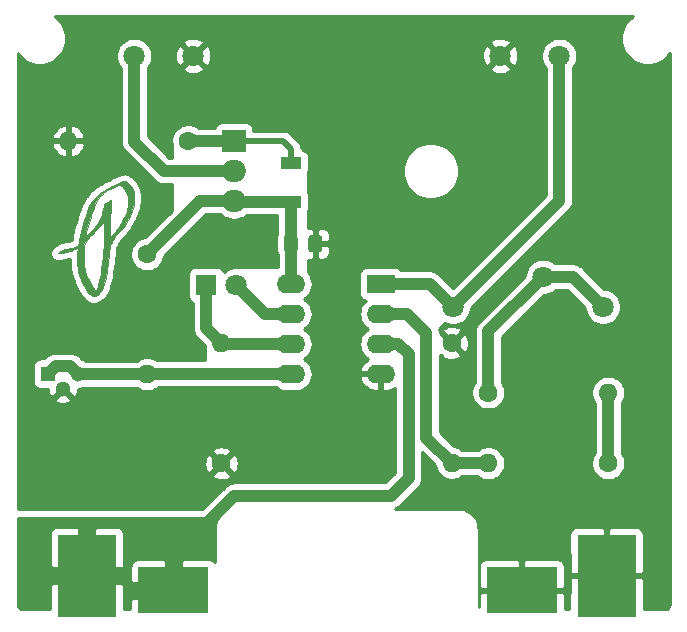
<source format=gbr>
%TF.GenerationSoftware,KiCad,Pcbnew,5.1.9*%
%TF.CreationDate,2021-01-15T16:17:28-05:00*%
%TF.ProjectId,quick_current_sensor,71756963-6b5f-4637-9572-72656e745f73,rev?*%
%TF.SameCoordinates,PX876bf80PY41cdb40*%
%TF.FileFunction,Copper,L1,Top*%
%TF.FilePolarity,Positive*%
%FSLAX46Y46*%
G04 Gerber Fmt 4.6, Leading zero omitted, Abs format (unit mm)*
G04 Created by KiCad (PCBNEW 5.1.9) date 2021-01-15 16:17:28*
%MOMM*%
%LPD*%
G01*
G04 APERTURE LIST*
%TA.AperFunction,EtchedComponent*%
%ADD10C,0.010000*%
%TD*%
%TA.AperFunction,SMDPad,CuDef*%
%ADD11R,5.000000X7.000000*%
%TD*%
%TA.AperFunction,ComponentPad*%
%ADD12C,1.800000*%
%TD*%
%TA.AperFunction,ComponentPad*%
%ADD13O,1.600000X1.600000*%
%TD*%
%TA.AperFunction,ComponentPad*%
%ADD14C,1.600000*%
%TD*%
%TA.AperFunction,ComponentPad*%
%ADD15R,1.300000X1.300000*%
%TD*%
%TA.AperFunction,ComponentPad*%
%ADD16C,1.300000*%
%TD*%
%TA.AperFunction,SMDPad,CuDef*%
%ADD17R,6.000000X4.000000*%
%TD*%
%TA.AperFunction,ComponentPad*%
%ADD18R,1.800000X1.800000*%
%TD*%
%TA.AperFunction,ComponentPad*%
%ADD19O,2.000000X1.905000*%
%TD*%
%TA.AperFunction,ComponentPad*%
%ADD20R,2.000000X1.905000*%
%TD*%
%TA.AperFunction,SMDPad,CuDef*%
%ADD21R,1.700000X1.000000*%
%TD*%
%TA.AperFunction,ComponentPad*%
%ADD22R,2.400000X1.600000*%
%TD*%
%TA.AperFunction,ComponentPad*%
%ADD23O,2.400000X1.600000*%
%TD*%
%TA.AperFunction,Conductor*%
%ADD24C,1.000000*%
%TD*%
%TA.AperFunction,Conductor*%
%ADD25C,0.500000*%
%TD*%
%TA.AperFunction,Conductor*%
%ADD26C,0.254000*%
%TD*%
%TA.AperFunction,Conductor*%
%ADD27C,0.100000*%
%TD*%
G04 APERTURE END LIST*
D10*
%TO.C,G\u002A\u002A\u002A*%
G36*
X-47694776Y-15614674D02*
G01*
X-47593865Y-15679667D01*
X-47482839Y-15778049D01*
X-47370757Y-15901711D01*
X-47266680Y-16042545D01*
X-47258845Y-16054505D01*
X-47130263Y-16288886D01*
X-47041966Y-16538062D01*
X-46990302Y-16814494D01*
X-46974161Y-17026178D01*
X-46977022Y-17309376D01*
X-47010193Y-17587055D01*
X-47076270Y-17869378D01*
X-47177849Y-18166509D01*
X-47317526Y-18488614D01*
X-47381099Y-18619608D01*
X-47538665Y-18917405D01*
X-47703089Y-19187355D01*
X-47884488Y-19443650D01*
X-48092983Y-19700482D01*
X-48338691Y-19972045D01*
X-48365701Y-20000561D01*
X-48501790Y-20150186D01*
X-48611296Y-20288169D01*
X-48707347Y-20433389D01*
X-48803070Y-20604728D01*
X-48851511Y-20699316D01*
X-48909290Y-20808672D01*
X-48962852Y-20900012D01*
X-49004104Y-20959960D01*
X-49017740Y-20974097D01*
X-49036357Y-20999272D01*
X-49051221Y-21049524D01*
X-49063473Y-21132740D01*
X-49074254Y-21256803D01*
X-49084703Y-21429598D01*
X-49085320Y-21441235D01*
X-49097319Y-21607883D01*
X-49117103Y-21813591D01*
X-49142727Y-22041178D01*
X-49172249Y-22273460D01*
X-49203725Y-22493254D01*
X-49205962Y-22507802D01*
X-49236882Y-22709858D01*
X-49266962Y-22910167D01*
X-49294313Y-23095874D01*
X-49317047Y-23254123D01*
X-49333275Y-23372059D01*
X-49336098Y-23393761D01*
X-49367749Y-23593753D01*
X-49413265Y-23816680D01*
X-49468947Y-24048827D01*
X-49531098Y-24276481D01*
X-49596022Y-24485929D01*
X-49660022Y-24663456D01*
X-49707944Y-24773023D01*
X-49781349Y-24909677D01*
X-49852681Y-25011441D01*
X-49936790Y-25097936D01*
X-49984592Y-25138597D01*
X-50076077Y-25210052D01*
X-50160861Y-25271077D01*
X-50220012Y-25308127D01*
X-50325561Y-25347573D01*
X-50437357Y-25366136D01*
X-50530977Y-25360420D01*
X-50550478Y-25354062D01*
X-50604277Y-25317014D01*
X-50682578Y-25245332D01*
X-50775412Y-25149876D01*
X-50872810Y-25041505D01*
X-50964804Y-24931078D01*
X-51041423Y-24829456D01*
X-51067028Y-24791376D01*
X-51112266Y-24713751D01*
X-51174881Y-24596779D01*
X-51248423Y-24452985D01*
X-51326445Y-24294891D01*
X-51376970Y-24189417D01*
X-51526776Y-23848036D01*
X-51640129Y-23530454D01*
X-51721575Y-23220753D01*
X-51775659Y-22903017D01*
X-51794769Y-22726067D01*
X-51804419Y-22573697D01*
X-51810041Y-22388727D01*
X-51811836Y-22184355D01*
X-51810007Y-21973778D01*
X-51804755Y-21770194D01*
X-51798556Y-21636002D01*
X-51271477Y-21636002D01*
X-51271415Y-21874733D01*
X-51268243Y-22083932D01*
X-51263565Y-22299132D01*
X-51258419Y-22468172D01*
X-51251703Y-22601969D01*
X-51242316Y-22711438D01*
X-51229160Y-22807495D01*
X-51211132Y-22901056D01*
X-51187133Y-23003036D01*
X-51167999Y-23078276D01*
X-51115482Y-23250852D01*
X-51039911Y-23457725D01*
X-50947715Y-23684317D01*
X-50845320Y-23916049D01*
X-50739156Y-24138343D01*
X-50635648Y-24336621D01*
X-50546218Y-24488545D01*
X-50474760Y-24591812D01*
X-50396258Y-24691915D01*
X-50319404Y-24779321D01*
X-50252891Y-24844500D01*
X-50205411Y-24877918D01*
X-50190114Y-24879051D01*
X-50171151Y-24846367D01*
X-50141995Y-24772452D01*
X-50107873Y-24671032D01*
X-50095158Y-24629690D01*
X-50019800Y-24360453D01*
X-49955231Y-24087798D01*
X-49897826Y-23794674D01*
X-49843960Y-23464031D01*
X-49836120Y-23411230D01*
X-49805871Y-23205027D01*
X-49771191Y-22968232D01*
X-49735868Y-22726736D01*
X-49703692Y-22506431D01*
X-49696182Y-22454943D01*
X-49658443Y-22165110D01*
X-49627633Y-21857823D01*
X-49603400Y-21526279D01*
X-49585389Y-21163674D01*
X-49573247Y-20763204D01*
X-49566622Y-20318066D01*
X-49565056Y-19928674D01*
X-49565056Y-18973907D01*
X-49670444Y-19130493D01*
X-49728222Y-19206181D01*
X-49819609Y-19313566D01*
X-49937153Y-19444694D01*
X-50073405Y-19591611D01*
X-50220914Y-19746363D01*
X-50372230Y-19900995D01*
X-50519903Y-20047555D01*
X-50616471Y-20140472D01*
X-50698907Y-20224056D01*
X-50801594Y-20336164D01*
X-50909705Y-20460291D01*
X-50983844Y-20549395D01*
X-51198790Y-20813917D01*
X-51240042Y-21120722D01*
X-51256075Y-21268709D01*
X-51266458Y-21437231D01*
X-51271477Y-21636002D01*
X-51798556Y-21636002D01*
X-51796283Y-21586803D01*
X-51784793Y-21436801D01*
X-51773712Y-21350570D01*
X-51755611Y-21245073D01*
X-52051626Y-21370273D01*
X-52206593Y-21432382D01*
X-52376574Y-21495063D01*
X-52535029Y-21548727D01*
X-52604494Y-21570013D01*
X-52730996Y-21603180D01*
X-52878023Y-21636200D01*
X-53032762Y-21666836D01*
X-53182403Y-21692849D01*
X-53314134Y-21712002D01*
X-53415143Y-21722057D01*
X-53470366Y-21721265D01*
X-53471923Y-21703240D01*
X-53434693Y-21663406D01*
X-53369007Y-21609028D01*
X-53285198Y-21547374D01*
X-53193596Y-21485709D01*
X-53104533Y-21431299D01*
X-53028340Y-21391411D01*
X-52975710Y-21373359D01*
X-52664920Y-21327288D01*
X-52393459Y-21276774D01*
X-52164933Y-21222777D01*
X-51982946Y-21166257D01*
X-51851102Y-21108175D01*
X-51776998Y-21053975D01*
X-51747986Y-21012949D01*
X-51722895Y-20952150D01*
X-51699067Y-20861872D01*
X-51673843Y-20732404D01*
X-51650632Y-20592575D01*
X-51599847Y-20314494D01*
X-51109040Y-20314494D01*
X-50706374Y-19906110D01*
X-50503160Y-19693862D01*
X-50336666Y-19504583D01*
X-50198273Y-19326567D01*
X-50079362Y-19148107D01*
X-49971313Y-18957498D01*
X-49893362Y-18801910D01*
X-49827169Y-18647363D01*
X-49755950Y-18453017D01*
X-49684875Y-18235233D01*
X-49619114Y-18010375D01*
X-49563836Y-17794802D01*
X-49537817Y-17676553D01*
X-49506684Y-17554943D01*
X-49470249Y-17482130D01*
X-49423379Y-17449835D01*
X-49395057Y-17446292D01*
X-49348104Y-17430642D01*
X-49271984Y-17389614D01*
X-49183239Y-17332134D01*
X-49097523Y-17275038D01*
X-49028033Y-17234100D01*
X-48989512Y-17217987D01*
X-48989088Y-17217977D01*
X-48980203Y-17245214D01*
X-48974723Y-17321940D01*
X-48972471Y-17440679D01*
X-48973274Y-17593953D01*
X-48976956Y-17774285D01*
X-48983342Y-17974198D01*
X-48992257Y-18186215D01*
X-49003525Y-18402860D01*
X-49016973Y-18616654D01*
X-49024167Y-18716292D01*
X-49031223Y-18834378D01*
X-49037275Y-18983530D01*
X-49042270Y-19155266D01*
X-49046150Y-19341106D01*
X-49048859Y-19532569D01*
X-49050341Y-19721174D01*
X-49050541Y-19898440D01*
X-49049402Y-20055885D01*
X-49046868Y-20185030D01*
X-49042884Y-20277393D01*
X-49037392Y-20324494D01*
X-49034825Y-20328764D01*
X-49007597Y-20309990D01*
X-48953808Y-20261289D01*
X-48899264Y-20207471D01*
X-48722315Y-20018155D01*
X-48541803Y-19809151D01*
X-48375474Y-19601518D01*
X-48280704Y-19473515D01*
X-48162643Y-19291915D01*
X-48036969Y-19072255D01*
X-47912033Y-18831274D01*
X-47796186Y-18585712D01*
X-47697782Y-18352309D01*
X-47635512Y-18180355D01*
X-47591793Y-18041559D01*
X-47561475Y-17928103D01*
X-47541543Y-17821722D01*
X-47528981Y-17704156D01*
X-47520774Y-17557143D01*
X-47517273Y-17464352D01*
X-47514306Y-17236185D01*
X-47524964Y-17047736D01*
X-47552243Y-16882641D01*
X-47599139Y-16724535D01*
X-47668650Y-16557057D01*
X-47692807Y-16505771D01*
X-47763945Y-16380983D01*
X-47855934Y-16252376D01*
X-47957626Y-16132794D01*
X-48057874Y-16035082D01*
X-48145529Y-15972088D01*
X-48163278Y-15963635D01*
X-48204380Y-15952693D01*
X-48255455Y-15952861D01*
X-48322455Y-15966292D01*
X-48411330Y-15995135D01*
X-48528031Y-16041540D01*
X-48678509Y-16107659D01*
X-48868714Y-16195641D01*
X-49071716Y-16291919D01*
X-49257284Y-16382945D01*
X-49400388Y-16459370D01*
X-49511638Y-16527601D01*
X-49601641Y-16594044D01*
X-49666449Y-16651139D01*
X-49848296Y-16851910D01*
X-50026649Y-17105695D01*
X-50199223Y-17408446D01*
X-50363728Y-17756109D01*
X-50517877Y-18144635D01*
X-50531893Y-18183503D01*
X-50607630Y-18403776D01*
X-50686503Y-18648298D01*
X-50765733Y-18907115D01*
X-50842542Y-19170272D01*
X-50914150Y-19427811D01*
X-50977781Y-19669780D01*
X-51030655Y-19886222D01*
X-51069994Y-20067181D01*
X-51090773Y-20186067D01*
X-51109040Y-20314494D01*
X-51599847Y-20314494D01*
X-51594757Y-20286623D01*
X-51520615Y-19950976D01*
X-51431542Y-19596712D01*
X-51330876Y-19234910D01*
X-51221954Y-18876647D01*
X-51108113Y-18533000D01*
X-50992689Y-18215049D01*
X-50879020Y-17933871D01*
X-50793113Y-17745955D01*
X-50640707Y-17454474D01*
X-50489090Y-17209842D01*
X-50330019Y-17002547D01*
X-50155252Y-16823080D01*
X-49956545Y-16661928D01*
X-49725656Y-16509581D01*
X-49717227Y-16504494D01*
X-49528550Y-16394643D01*
X-49320877Y-16280182D01*
X-49101284Y-16164442D01*
X-48876853Y-16050755D01*
X-48654660Y-15942451D01*
X-48441785Y-15842862D01*
X-48245306Y-15755319D01*
X-48072303Y-15683154D01*
X-47929853Y-15629697D01*
X-47825036Y-15598281D01*
X-47776513Y-15591178D01*
X-47694776Y-15614674D01*
G37*
X-47694776Y-15614674D02*
X-47593865Y-15679667D01*
X-47482839Y-15778049D01*
X-47370757Y-15901711D01*
X-47266680Y-16042545D01*
X-47258845Y-16054505D01*
X-47130263Y-16288886D01*
X-47041966Y-16538062D01*
X-46990302Y-16814494D01*
X-46974161Y-17026178D01*
X-46977022Y-17309376D01*
X-47010193Y-17587055D01*
X-47076270Y-17869378D01*
X-47177849Y-18166509D01*
X-47317526Y-18488614D01*
X-47381099Y-18619608D01*
X-47538665Y-18917405D01*
X-47703089Y-19187355D01*
X-47884488Y-19443650D01*
X-48092983Y-19700482D01*
X-48338691Y-19972045D01*
X-48365701Y-20000561D01*
X-48501790Y-20150186D01*
X-48611296Y-20288169D01*
X-48707347Y-20433389D01*
X-48803070Y-20604728D01*
X-48851511Y-20699316D01*
X-48909290Y-20808672D01*
X-48962852Y-20900012D01*
X-49004104Y-20959960D01*
X-49017740Y-20974097D01*
X-49036357Y-20999272D01*
X-49051221Y-21049524D01*
X-49063473Y-21132740D01*
X-49074254Y-21256803D01*
X-49084703Y-21429598D01*
X-49085320Y-21441235D01*
X-49097319Y-21607883D01*
X-49117103Y-21813591D01*
X-49142727Y-22041178D01*
X-49172249Y-22273460D01*
X-49203725Y-22493254D01*
X-49205962Y-22507802D01*
X-49236882Y-22709858D01*
X-49266962Y-22910167D01*
X-49294313Y-23095874D01*
X-49317047Y-23254123D01*
X-49333275Y-23372059D01*
X-49336098Y-23393761D01*
X-49367749Y-23593753D01*
X-49413265Y-23816680D01*
X-49468947Y-24048827D01*
X-49531098Y-24276481D01*
X-49596022Y-24485929D01*
X-49660022Y-24663456D01*
X-49707944Y-24773023D01*
X-49781349Y-24909677D01*
X-49852681Y-25011441D01*
X-49936790Y-25097936D01*
X-49984592Y-25138597D01*
X-50076077Y-25210052D01*
X-50160861Y-25271077D01*
X-50220012Y-25308127D01*
X-50325561Y-25347573D01*
X-50437357Y-25366136D01*
X-50530977Y-25360420D01*
X-50550478Y-25354062D01*
X-50604277Y-25317014D01*
X-50682578Y-25245332D01*
X-50775412Y-25149876D01*
X-50872810Y-25041505D01*
X-50964804Y-24931078D01*
X-51041423Y-24829456D01*
X-51067028Y-24791376D01*
X-51112266Y-24713751D01*
X-51174881Y-24596779D01*
X-51248423Y-24452985D01*
X-51326445Y-24294891D01*
X-51376970Y-24189417D01*
X-51526776Y-23848036D01*
X-51640129Y-23530454D01*
X-51721575Y-23220753D01*
X-51775659Y-22903017D01*
X-51794769Y-22726067D01*
X-51804419Y-22573697D01*
X-51810041Y-22388727D01*
X-51811836Y-22184355D01*
X-51810007Y-21973778D01*
X-51804755Y-21770194D01*
X-51798556Y-21636002D01*
X-51271477Y-21636002D01*
X-51271415Y-21874733D01*
X-51268243Y-22083932D01*
X-51263565Y-22299132D01*
X-51258419Y-22468172D01*
X-51251703Y-22601969D01*
X-51242316Y-22711438D01*
X-51229160Y-22807495D01*
X-51211132Y-22901056D01*
X-51187133Y-23003036D01*
X-51167999Y-23078276D01*
X-51115482Y-23250852D01*
X-51039911Y-23457725D01*
X-50947715Y-23684317D01*
X-50845320Y-23916049D01*
X-50739156Y-24138343D01*
X-50635648Y-24336621D01*
X-50546218Y-24488545D01*
X-50474760Y-24591812D01*
X-50396258Y-24691915D01*
X-50319404Y-24779321D01*
X-50252891Y-24844500D01*
X-50205411Y-24877918D01*
X-50190114Y-24879051D01*
X-50171151Y-24846367D01*
X-50141995Y-24772452D01*
X-50107873Y-24671032D01*
X-50095158Y-24629690D01*
X-50019800Y-24360453D01*
X-49955231Y-24087798D01*
X-49897826Y-23794674D01*
X-49843960Y-23464031D01*
X-49836120Y-23411230D01*
X-49805871Y-23205027D01*
X-49771191Y-22968232D01*
X-49735868Y-22726736D01*
X-49703692Y-22506431D01*
X-49696182Y-22454943D01*
X-49658443Y-22165110D01*
X-49627633Y-21857823D01*
X-49603400Y-21526279D01*
X-49585389Y-21163674D01*
X-49573247Y-20763204D01*
X-49566622Y-20318066D01*
X-49565056Y-19928674D01*
X-49565056Y-18973907D01*
X-49670444Y-19130493D01*
X-49728222Y-19206181D01*
X-49819609Y-19313566D01*
X-49937153Y-19444694D01*
X-50073405Y-19591611D01*
X-50220914Y-19746363D01*
X-50372230Y-19900995D01*
X-50519903Y-20047555D01*
X-50616471Y-20140472D01*
X-50698907Y-20224056D01*
X-50801594Y-20336164D01*
X-50909705Y-20460291D01*
X-50983844Y-20549395D01*
X-51198790Y-20813917D01*
X-51240042Y-21120722D01*
X-51256075Y-21268709D01*
X-51266458Y-21437231D01*
X-51271477Y-21636002D01*
X-51798556Y-21636002D01*
X-51796283Y-21586803D01*
X-51784793Y-21436801D01*
X-51773712Y-21350570D01*
X-51755611Y-21245073D01*
X-52051626Y-21370273D01*
X-52206593Y-21432382D01*
X-52376574Y-21495063D01*
X-52535029Y-21548727D01*
X-52604494Y-21570013D01*
X-52730996Y-21603180D01*
X-52878023Y-21636200D01*
X-53032762Y-21666836D01*
X-53182403Y-21692849D01*
X-53314134Y-21712002D01*
X-53415143Y-21722057D01*
X-53470366Y-21721265D01*
X-53471923Y-21703240D01*
X-53434693Y-21663406D01*
X-53369007Y-21609028D01*
X-53285198Y-21547374D01*
X-53193596Y-21485709D01*
X-53104533Y-21431299D01*
X-53028340Y-21391411D01*
X-52975710Y-21373359D01*
X-52664920Y-21327288D01*
X-52393459Y-21276774D01*
X-52164933Y-21222777D01*
X-51982946Y-21166257D01*
X-51851102Y-21108175D01*
X-51776998Y-21053975D01*
X-51747986Y-21012949D01*
X-51722895Y-20952150D01*
X-51699067Y-20861872D01*
X-51673843Y-20732404D01*
X-51650632Y-20592575D01*
X-51599847Y-20314494D01*
X-51109040Y-20314494D01*
X-50706374Y-19906110D01*
X-50503160Y-19693862D01*
X-50336666Y-19504583D01*
X-50198273Y-19326567D01*
X-50079362Y-19148107D01*
X-49971313Y-18957498D01*
X-49893362Y-18801910D01*
X-49827169Y-18647363D01*
X-49755950Y-18453017D01*
X-49684875Y-18235233D01*
X-49619114Y-18010375D01*
X-49563836Y-17794802D01*
X-49537817Y-17676553D01*
X-49506684Y-17554943D01*
X-49470249Y-17482130D01*
X-49423379Y-17449835D01*
X-49395057Y-17446292D01*
X-49348104Y-17430642D01*
X-49271984Y-17389614D01*
X-49183239Y-17332134D01*
X-49097523Y-17275038D01*
X-49028033Y-17234100D01*
X-48989512Y-17217987D01*
X-48989088Y-17217977D01*
X-48980203Y-17245214D01*
X-48974723Y-17321940D01*
X-48972471Y-17440679D01*
X-48973274Y-17593953D01*
X-48976956Y-17774285D01*
X-48983342Y-17974198D01*
X-48992257Y-18186215D01*
X-49003525Y-18402860D01*
X-49016973Y-18616654D01*
X-49024167Y-18716292D01*
X-49031223Y-18834378D01*
X-49037275Y-18983530D01*
X-49042270Y-19155266D01*
X-49046150Y-19341106D01*
X-49048859Y-19532569D01*
X-49050341Y-19721174D01*
X-49050541Y-19898440D01*
X-49049402Y-20055885D01*
X-49046868Y-20185030D01*
X-49042884Y-20277393D01*
X-49037392Y-20324494D01*
X-49034825Y-20328764D01*
X-49007597Y-20309990D01*
X-48953808Y-20261289D01*
X-48899264Y-20207471D01*
X-48722315Y-20018155D01*
X-48541803Y-19809151D01*
X-48375474Y-19601518D01*
X-48280704Y-19473515D01*
X-48162643Y-19291915D01*
X-48036969Y-19072255D01*
X-47912033Y-18831274D01*
X-47796186Y-18585712D01*
X-47697782Y-18352309D01*
X-47635512Y-18180355D01*
X-47591793Y-18041559D01*
X-47561475Y-17928103D01*
X-47541543Y-17821722D01*
X-47528981Y-17704156D01*
X-47520774Y-17557143D01*
X-47517273Y-17464352D01*
X-47514306Y-17236185D01*
X-47524964Y-17047736D01*
X-47552243Y-16882641D01*
X-47599139Y-16724535D01*
X-47668650Y-16557057D01*
X-47692807Y-16505771D01*
X-47763945Y-16380983D01*
X-47855934Y-16252376D01*
X-47957626Y-16132794D01*
X-48057874Y-16035082D01*
X-48145529Y-15972088D01*
X-48163278Y-15963635D01*
X-48204380Y-15952693D01*
X-48255455Y-15952861D01*
X-48322455Y-15966292D01*
X-48411330Y-15995135D01*
X-48528031Y-16041540D01*
X-48678509Y-16107659D01*
X-48868714Y-16195641D01*
X-49071716Y-16291919D01*
X-49257284Y-16382945D01*
X-49400388Y-16459370D01*
X-49511638Y-16527601D01*
X-49601641Y-16594044D01*
X-49666449Y-16651139D01*
X-49848296Y-16851910D01*
X-50026649Y-17105695D01*
X-50199223Y-17408446D01*
X-50363728Y-17756109D01*
X-50517877Y-18144635D01*
X-50531893Y-18183503D01*
X-50607630Y-18403776D01*
X-50686503Y-18648298D01*
X-50765733Y-18907115D01*
X-50842542Y-19170272D01*
X-50914150Y-19427811D01*
X-50977781Y-19669780D01*
X-51030655Y-19886222D01*
X-51069994Y-20067181D01*
X-51090773Y-20186067D01*
X-51109040Y-20314494D01*
X-51599847Y-20314494D01*
X-51594757Y-20286623D01*
X-51520615Y-19950976D01*
X-51431542Y-19596712D01*
X-51330876Y-19234910D01*
X-51221954Y-18876647D01*
X-51108113Y-18533000D01*
X-50992689Y-18215049D01*
X-50879020Y-17933871D01*
X-50793113Y-17745955D01*
X-50640707Y-17454474D01*
X-50489090Y-17209842D01*
X-50330019Y-17002547D01*
X-50155252Y-16823080D01*
X-49956545Y-16661928D01*
X-49725656Y-16509581D01*
X-49717227Y-16504494D01*
X-49528550Y-16394643D01*
X-49320877Y-16280182D01*
X-49101284Y-16164442D01*
X-48876853Y-16050755D01*
X-48654660Y-15942451D01*
X-48441785Y-15842862D01*
X-48245306Y-15755319D01*
X-48072303Y-15683154D01*
X-47929853Y-15629697D01*
X-47825036Y-15598281D01*
X-47776513Y-15591178D01*
X-47694776Y-15614674D01*
%TD*%
D11*
%TO.P,J4,1*%
%TO.N,GND*%
X-7000000Y-49000000D03*
%TD*%
%TO.P,J3,1*%
%TO.N,Net-(J3-Pad1)*%
X-51000000Y-49000000D03*
%TD*%
D12*
%TO.P,J2,2*%
%TO.N,GND*%
X-16000000Y-5000000D03*
%TO.P,J2,1*%
%TO.N,Net-(J2-Pad1)*%
X-11000000Y-5000000D03*
%TD*%
%TO.P,J1,2*%
%TO.N,GND*%
X-42000000Y-5000000D03*
%TO.P,J1,1*%
%TO.N,Net-(J1-Pad1)*%
X-47000000Y-5000000D03*
%TD*%
D13*
%TO.P,R6,2*%
%TO.N,Net-(R6-Pad2)*%
X-45900000Y-31960000D03*
D14*
%TO.P,R6,1*%
%TO.N,VCC*%
X-45900000Y-21800000D03*
%TD*%
D15*
%TO.P,U2,1*%
%TO.N,Net-(R6-Pad2)*%
X-54300000Y-31900000D03*
D16*
%TO.P,U2,3*%
X-51760000Y-31900000D03*
%TO.P,U2,2*%
%TO.N,GND*%
X-53030000Y-33170000D03*
%TD*%
D17*
%TO.P,R4,2*%
%TO.N,Net-(J3-Pad1)*%
X-43675000Y-50250000D03*
%TO.P,R4,1*%
%TO.N,GND*%
X-14175000Y-50250000D03*
%TD*%
D12*
%TO.P,D2,2*%
%TO.N,Net-(D2-Pad2)*%
X-38360000Y-24400000D03*
D18*
%TO.P,D2,1*%
%TO.N,Net-(D2-Pad1)*%
X-40900000Y-24400000D03*
%TD*%
D19*
%TO.P,Q1,3*%
%TO.N,VCC*%
X-38550000Y-17280000D03*
%TO.P,Q1,2*%
%TO.N,Net-(J1-Pad1)*%
X-38550000Y-14740000D03*
D20*
%TO.P,Q1,1*%
%TO.N,Net-(D1-Pad2)*%
X-38550000Y-12200000D03*
%TD*%
%TO.P,C1,1*%
%TO.N,VCC*%
%TA.AperFunction,SMDPad,CuDef*%
G36*
G01*
X-34325000Y-21375000D02*
X-34325000Y-20425000D01*
G75*
G02*
X-34075000Y-20175000I250000J0D01*
G01*
X-33400000Y-20175000D01*
G75*
G02*
X-33150000Y-20425000I0J-250000D01*
G01*
X-33150000Y-21375000D01*
G75*
G02*
X-33400000Y-21625000I-250000J0D01*
G01*
X-34075000Y-21625000D01*
G75*
G02*
X-34325000Y-21375000I0J250000D01*
G01*
G37*
%TD.AperFunction*%
%TO.P,C1,2*%
%TO.N,GND*%
%TA.AperFunction,SMDPad,CuDef*%
G36*
G01*
X-32250000Y-21375000D02*
X-32250000Y-20425000D01*
G75*
G02*
X-32000000Y-20175000I250000J0D01*
G01*
X-31325000Y-20175000D01*
G75*
G02*
X-31075000Y-20425000I0J-250000D01*
G01*
X-31075000Y-21375000D01*
G75*
G02*
X-31325000Y-21625000I-250000J0D01*
G01*
X-32000000Y-21625000D01*
G75*
G02*
X-32250000Y-21375000I0J250000D01*
G01*
G37*
%TD.AperFunction*%
%TD*%
D21*
%TO.P,D1,1*%
%TO.N,VCC*%
X-33700000Y-17350000D03*
%TO.P,D1,2*%
%TO.N,Net-(D1-Pad2)*%
X-33700000Y-14050000D03*
%TD*%
D14*
%TO.P,R1,1*%
%TO.N,GND*%
X-20100000Y-29300000D03*
D13*
%TO.P,R1,2*%
%TO.N,Net-(R1-Pad2)*%
X-20100000Y-39460000D03*
%TD*%
%TO.P,R2,2*%
%TO.N,Net-(R1-Pad2)*%
X-17010000Y-39500000D03*
D14*
%TO.P,R2,1*%
%TO.N,Net-(R2-Pad1)*%
X-6850000Y-39500000D03*
%TD*%
D13*
%TO.P,R3,2*%
%TO.N,Net-(R2-Pad1)*%
X-6840000Y-33500000D03*
D14*
%TO.P,R3,1*%
%TO.N,Net-(R3-Pad1)*%
X-17000000Y-33500000D03*
%TD*%
%TO.P,R5,1*%
%TO.N,Net-(D1-Pad2)*%
X-42400000Y-12200000D03*
D13*
%TO.P,R5,2*%
%TO.N,GND*%
X-52560000Y-12200000D03*
%TD*%
D14*
%TO.P,R7,1*%
%TO.N,GND*%
X-39600000Y-39500000D03*
D13*
%TO.P,R7,2*%
%TO.N,Net-(D2-Pad1)*%
X-39600000Y-29340000D03*
%TD*%
D12*
%TO.P,RV1,1*%
%TO.N,Net-(J2-Pad1)*%
X-20000000Y-26250000D03*
%TO.P,RV1,2*%
%TO.N,Net-(R3-Pad1)*%
X-12380000Y-23710000D03*
%TO.P,RV1,3*%
X-7300000Y-26250000D03*
%TD*%
D22*
%TO.P,U1,1*%
%TO.N,Net-(J2-Pad1)*%
X-26100000Y-24300000D03*
D23*
%TO.P,U1,5*%
%TO.N,Net-(R6-Pad2)*%
X-33720000Y-31920000D03*
%TO.P,U1,2*%
%TO.N,Net-(R1-Pad2)*%
X-26100000Y-26840000D03*
%TO.P,U1,6*%
%TO.N,Net-(D2-Pad1)*%
X-33720000Y-29380000D03*
%TO.P,U1,3*%
%TO.N,Net-(J3-Pad1)*%
X-26100000Y-29380000D03*
%TO.P,U1,7*%
%TO.N,Net-(D2-Pad2)*%
X-33720000Y-26840000D03*
%TO.P,U1,4*%
%TO.N,GND*%
X-26100000Y-31920000D03*
%TO.P,U1,8*%
%TO.N,VCC*%
X-33720000Y-24300000D03*
%TD*%
D24*
%TO.N,VCC*%
X-41380000Y-17280000D02*
X-45900000Y-21800000D01*
X-38550000Y-17280000D02*
X-41380000Y-17280000D01*
X-33720000Y-20917500D02*
X-33737500Y-20900000D01*
X-33720000Y-24300000D02*
X-33720000Y-20917500D01*
X-33737500Y-17387500D02*
X-33700000Y-17350000D01*
X-33737500Y-20900000D02*
X-33737500Y-17387500D01*
X-38480000Y-17350000D02*
X-38550000Y-17280000D01*
X-33700000Y-17350000D02*
X-38480000Y-17350000D01*
D25*
%TO.N,Net-(D1-Pad2)*%
X-33700000Y-14050000D02*
X-33700000Y-12900000D01*
X-34400000Y-12200000D02*
X-38550000Y-12200000D01*
X-33700000Y-12900000D02*
X-34400000Y-12200000D01*
D24*
X-42400000Y-12200000D02*
X-38550000Y-12200000D01*
%TO.N,Net-(D2-Pad1)*%
X-39560000Y-29380000D02*
X-39600000Y-29340000D01*
X-33720000Y-29380000D02*
X-39560000Y-29380000D01*
X-40900000Y-28040000D02*
X-39600000Y-29340000D01*
X-40900000Y-24400000D02*
X-40900000Y-28040000D01*
%TO.N,Net-(D2-Pad2)*%
X-35920000Y-26840000D02*
X-38360000Y-24400000D01*
X-33720000Y-26840000D02*
X-35920000Y-26840000D01*
%TO.N,Net-(J1-Pad1)*%
X-38550000Y-14740000D02*
X-44510000Y-14740000D01*
X-47000000Y-12250000D02*
X-47000000Y-5000000D01*
X-44510000Y-14740000D02*
X-47000000Y-12250000D01*
%TO.N,Net-(J3-Pad1)*%
X-43675000Y-47425000D02*
X-43675000Y-50250000D01*
X-38500000Y-42250000D02*
X-43675000Y-47425000D01*
X-25250000Y-42250000D02*
X-38500000Y-42250000D01*
X-23750000Y-40750000D02*
X-25250000Y-42250000D01*
X-23750000Y-30250000D02*
X-23750000Y-40750000D01*
X-24620000Y-29380000D02*
X-23750000Y-30250000D01*
X-26100000Y-29380000D02*
X-24620000Y-29380000D01*
%TO.N,Net-(R1-Pad2)*%
X-17050000Y-39460000D02*
X-17010000Y-39500000D01*
X-20100000Y-39460000D02*
X-17050000Y-39460000D01*
X-22250000Y-37310000D02*
X-20100000Y-39460000D01*
X-22250000Y-28490000D02*
X-22250000Y-37310000D01*
X-23900000Y-26840000D02*
X-22250000Y-28490000D01*
X-26100000Y-26840000D02*
X-23900000Y-26840000D01*
%TO.N,Net-(R2-Pad1)*%
X-6850000Y-33510000D02*
X-6840000Y-33500000D01*
X-6850000Y-39500000D02*
X-6850000Y-33510000D01*
%TO.N,Net-(R3-Pad1)*%
X-9840000Y-23710000D02*
X-7300000Y-26250000D01*
X-12380000Y-23710000D02*
X-9840000Y-23710000D01*
X-17000000Y-28330000D02*
X-12380000Y-23710000D01*
X-17000000Y-33500000D02*
X-17000000Y-28330000D01*
%TO.N,Net-(R6-Pad2)*%
X-45860000Y-31920000D02*
X-45900000Y-31960000D01*
X-33720000Y-31920000D02*
X-45860000Y-31920000D01*
X-51700000Y-31960000D02*
X-51760000Y-31900000D01*
X-45900000Y-31960000D02*
X-51700000Y-31960000D01*
X-53650001Y-31250001D02*
X-54300000Y-31900000D01*
X-52409999Y-31250001D02*
X-53650001Y-31250001D01*
X-51760000Y-31900000D02*
X-52409999Y-31250001D01*
%TO.N,Net-(J2-Pad1)*%
X-21950000Y-24300000D02*
X-20000000Y-26250000D01*
X-26100000Y-24300000D02*
X-21950000Y-24300000D01*
X-11000000Y-17250000D02*
X-20000000Y-26250000D01*
X-11000000Y-5000000D02*
X-11000000Y-17250000D01*
%TD*%
D26*
%TO.N,Net-(J3-Pad1)*%
X-39911284Y-44128651D02*
X-39915667Y-44136757D01*
X-40007292Y-44309079D01*
X-40030091Y-44364394D01*
X-40053652Y-44419366D01*
X-40056377Y-44428169D01*
X-40112786Y-44615005D01*
X-40124406Y-44673693D01*
X-40136842Y-44732196D01*
X-40137805Y-44741361D01*
X-40156850Y-44935595D01*
X-40156850Y-44935608D01*
X-40159999Y-44967581D01*
X-40159999Y-47876575D01*
X-40223815Y-47798815D01*
X-40320506Y-47719463D01*
X-40430820Y-47660498D01*
X-40550518Y-47624188D01*
X-40675000Y-47611928D01*
X-42893250Y-47615000D01*
X-43052000Y-47773750D01*
X-43052000Y-49627000D01*
X-43032000Y-49627000D01*
X-43032000Y-50873000D01*
X-43052000Y-50873000D01*
X-43052000Y-50893000D01*
X-44298000Y-50893000D01*
X-44298000Y-50873000D01*
X-47151250Y-50873000D01*
X-47310000Y-51031750D01*
X-47312038Y-51840000D01*
X-47862674Y-51840000D01*
X-47865000Y-49781750D01*
X-48023750Y-49623000D01*
X-50377000Y-49623000D01*
X-50377000Y-49643000D01*
X-51623000Y-49643000D01*
X-51623000Y-49623000D01*
X-53976250Y-49623000D01*
X-54135000Y-49781750D01*
X-54137326Y-51840000D01*
X-56467721Y-51840000D01*
X-56565424Y-51830420D01*
X-56628357Y-51811420D01*
X-56686406Y-51780554D01*
X-56737343Y-51739011D01*
X-56779248Y-51688356D01*
X-56810515Y-51630529D01*
X-56829956Y-51567728D01*
X-56840000Y-51472165D01*
X-56840000Y-45500000D01*
X-54138072Y-45500000D01*
X-54135000Y-48218250D01*
X-53976250Y-48377000D01*
X-51623000Y-48377000D01*
X-51623000Y-45023750D01*
X-50377000Y-45023750D01*
X-50377000Y-48377000D01*
X-48023750Y-48377000D01*
X-47896750Y-48250000D01*
X-47313072Y-48250000D01*
X-47310000Y-49468250D01*
X-47151250Y-49627000D01*
X-44298000Y-49627000D01*
X-44298000Y-47773750D01*
X-44456750Y-47615000D01*
X-46675000Y-47611928D01*
X-46799482Y-47624188D01*
X-46919180Y-47660498D01*
X-47029494Y-47719463D01*
X-47126185Y-47798815D01*
X-47205537Y-47895506D01*
X-47264502Y-48005820D01*
X-47300812Y-48125518D01*
X-47313072Y-48250000D01*
X-47896750Y-48250000D01*
X-47865000Y-48218250D01*
X-47861928Y-45500000D01*
X-47874188Y-45375518D01*
X-47910498Y-45255820D01*
X-47969463Y-45145506D01*
X-48048815Y-45048815D01*
X-48145506Y-44969463D01*
X-48255820Y-44910498D01*
X-48375518Y-44874188D01*
X-48500000Y-44861928D01*
X-50218250Y-44865000D01*
X-50377000Y-45023750D01*
X-51623000Y-45023750D01*
X-51781750Y-44865000D01*
X-53500000Y-44861928D01*
X-53624482Y-44874188D01*
X-53744180Y-44910498D01*
X-53854494Y-44969463D01*
X-53951185Y-45048815D01*
X-54030537Y-45145506D01*
X-54089502Y-45255820D01*
X-54125812Y-45375518D01*
X-54138072Y-45500000D01*
X-56840000Y-45500000D01*
X-56840000Y-44127000D01*
X-39910154Y-44127000D01*
X-39911284Y-44128651D01*
%TA.AperFunction,Conductor*%
D27*
G36*
X-39911284Y-44128651D02*
G01*
X-39915667Y-44136757D01*
X-40007292Y-44309079D01*
X-40030091Y-44364394D01*
X-40053652Y-44419366D01*
X-40056377Y-44428169D01*
X-40112786Y-44615005D01*
X-40124406Y-44673693D01*
X-40136842Y-44732196D01*
X-40137805Y-44741361D01*
X-40156850Y-44935595D01*
X-40156850Y-44935608D01*
X-40159999Y-44967581D01*
X-40159999Y-47876575D01*
X-40223815Y-47798815D01*
X-40320506Y-47719463D01*
X-40430820Y-47660498D01*
X-40550518Y-47624188D01*
X-40675000Y-47611928D01*
X-42893250Y-47615000D01*
X-43052000Y-47773750D01*
X-43052000Y-49627000D01*
X-43032000Y-49627000D01*
X-43032000Y-50873000D01*
X-43052000Y-50873000D01*
X-43052000Y-50893000D01*
X-44298000Y-50893000D01*
X-44298000Y-50873000D01*
X-47151250Y-50873000D01*
X-47310000Y-51031750D01*
X-47312038Y-51840000D01*
X-47862674Y-51840000D01*
X-47865000Y-49781750D01*
X-48023750Y-49623000D01*
X-50377000Y-49623000D01*
X-50377000Y-49643000D01*
X-51623000Y-49643000D01*
X-51623000Y-49623000D01*
X-53976250Y-49623000D01*
X-54135000Y-49781750D01*
X-54137326Y-51840000D01*
X-56467721Y-51840000D01*
X-56565424Y-51830420D01*
X-56628357Y-51811420D01*
X-56686406Y-51780554D01*
X-56737343Y-51739011D01*
X-56779248Y-51688356D01*
X-56810515Y-51630529D01*
X-56829956Y-51567728D01*
X-56840000Y-51472165D01*
X-56840000Y-45500000D01*
X-54138072Y-45500000D01*
X-54135000Y-48218250D01*
X-53976250Y-48377000D01*
X-51623000Y-48377000D01*
X-51623000Y-45023750D01*
X-50377000Y-45023750D01*
X-50377000Y-48377000D01*
X-48023750Y-48377000D01*
X-47896750Y-48250000D01*
X-47313072Y-48250000D01*
X-47310000Y-49468250D01*
X-47151250Y-49627000D01*
X-44298000Y-49627000D01*
X-44298000Y-47773750D01*
X-44456750Y-47615000D01*
X-46675000Y-47611928D01*
X-46799482Y-47624188D01*
X-46919180Y-47660498D01*
X-47029494Y-47719463D01*
X-47126185Y-47798815D01*
X-47205537Y-47895506D01*
X-47264502Y-48005820D01*
X-47300812Y-48125518D01*
X-47313072Y-48250000D01*
X-47896750Y-48250000D01*
X-47865000Y-48218250D01*
X-47861928Y-45500000D01*
X-47874188Y-45375518D01*
X-47910498Y-45255820D01*
X-47969463Y-45145506D01*
X-48048815Y-45048815D01*
X-48145506Y-44969463D01*
X-48255820Y-44910498D01*
X-48375518Y-44874188D01*
X-48500000Y-44861928D01*
X-50218250Y-44865000D01*
X-50377000Y-45023750D01*
X-51623000Y-45023750D01*
X-51781750Y-44865000D01*
X-53500000Y-44861928D01*
X-53624482Y-44874188D01*
X-53744180Y-44910498D01*
X-53854494Y-44969463D01*
X-53951185Y-45048815D01*
X-54030537Y-45145506D01*
X-54089502Y-45255820D01*
X-54125812Y-45375518D01*
X-54138072Y-45500000D01*
X-56840000Y-45500000D01*
X-56840000Y-44127000D01*
X-39910154Y-44127000D01*
X-39911284Y-44128651D01*
G37*
%TD.AperFunction*%
%TD*%
D26*
%TO.N,GND*%
X-4924729Y-1763962D02*
X-5236038Y-2075271D01*
X-5480631Y-2441331D01*
X-5649110Y-2848075D01*
X-5735000Y-3279872D01*
X-5735000Y-3720128D01*
X-5649110Y-4151925D01*
X-5480631Y-4558669D01*
X-5236038Y-4924729D01*
X-4924729Y-5236038D01*
X-4558669Y-5480631D01*
X-4151925Y-5649110D01*
X-3720128Y-5735000D01*
X-3279872Y-5735000D01*
X-2848075Y-5649110D01*
X-2441331Y-5480631D01*
X-2075271Y-5236038D01*
X-1763962Y-4924729D01*
X-1660000Y-4769138D01*
X-1659999Y-51467711D01*
X-1669580Y-51565424D01*
X-1688580Y-51628357D01*
X-1719446Y-51686406D01*
X-1760989Y-51737343D01*
X-1811644Y-51779248D01*
X-1869471Y-51810515D01*
X-1932272Y-51829956D01*
X-2027835Y-51840000D01*
X-3862559Y-51840000D01*
X-3865000Y-49285750D01*
X-4023750Y-49127000D01*
X-6873000Y-49127000D01*
X-6873000Y-49147000D01*
X-7127000Y-49147000D01*
X-7127000Y-49127000D01*
X-9976250Y-49127000D01*
X-10135000Y-49285750D01*
X-10137441Y-51840000D01*
X-10537663Y-51840000D01*
X-10540000Y-50535750D01*
X-10698750Y-50377000D01*
X-14048000Y-50377000D01*
X-14048000Y-50397000D01*
X-14302000Y-50397000D01*
X-14302000Y-50377000D01*
X-17651250Y-50377000D01*
X-17810000Y-50535750D01*
X-17811954Y-51625883D01*
X-17829956Y-51567728D01*
X-17840000Y-51472165D01*
X-17840000Y-48250000D01*
X-17813072Y-48250000D01*
X-17810000Y-49964250D01*
X-17651250Y-50123000D01*
X-14302000Y-50123000D01*
X-14302000Y-47773750D01*
X-14048000Y-47773750D01*
X-14048000Y-50123000D01*
X-10698750Y-50123000D01*
X-10540000Y-49964250D01*
X-10536928Y-48250000D01*
X-10549188Y-48125518D01*
X-10585498Y-48005820D01*
X-10644463Y-47895506D01*
X-10723815Y-47798815D01*
X-10820506Y-47719463D01*
X-10930820Y-47660498D01*
X-11050518Y-47624188D01*
X-11175000Y-47611928D01*
X-13889250Y-47615000D01*
X-14048000Y-47773750D01*
X-14302000Y-47773750D01*
X-14460750Y-47615000D01*
X-17175000Y-47611928D01*
X-17299482Y-47624188D01*
X-17419180Y-47660498D01*
X-17529494Y-47719463D01*
X-17626185Y-47798815D01*
X-17705537Y-47895506D01*
X-17764502Y-48005820D01*
X-17800812Y-48125518D01*
X-17813072Y-48250000D01*
X-17840000Y-48250000D01*
X-17840000Y-45500000D01*
X-10138072Y-45500000D01*
X-10135000Y-48714250D01*
X-9976250Y-48873000D01*
X-7127000Y-48873000D01*
X-7127000Y-45023750D01*
X-6873000Y-45023750D01*
X-6873000Y-48873000D01*
X-4023750Y-48873000D01*
X-3865000Y-48714250D01*
X-3861928Y-45500000D01*
X-3874188Y-45375518D01*
X-3910498Y-45255820D01*
X-3969463Y-45145506D01*
X-4048815Y-45048815D01*
X-4145506Y-44969463D01*
X-4255820Y-44910498D01*
X-4375518Y-44874188D01*
X-4500000Y-44861928D01*
X-6714250Y-44865000D01*
X-6873000Y-45023750D01*
X-7127000Y-45023750D01*
X-7285750Y-44865000D01*
X-9500000Y-44861928D01*
X-9624482Y-44874188D01*
X-9744180Y-44910498D01*
X-9854494Y-44969463D01*
X-9951185Y-45048815D01*
X-10030537Y-45145506D01*
X-10089502Y-45255820D01*
X-10125812Y-45375518D01*
X-10138072Y-45500000D01*
X-17840000Y-45500000D01*
X-17840000Y-44967581D01*
X-17842783Y-44939326D01*
X-17842740Y-44933199D01*
X-17843640Y-44924028D01*
X-17864041Y-44729931D01*
X-17876066Y-44671348D01*
X-17887277Y-44612577D01*
X-17889941Y-44603755D01*
X-17947653Y-44417317D01*
X-17970838Y-44362162D01*
X-17993242Y-44306709D01*
X-17997568Y-44298573D01*
X-18090393Y-44126896D01*
X-18123861Y-44077278D01*
X-18156600Y-44027247D01*
X-18162424Y-44020106D01*
X-18286828Y-43869728D01*
X-18329263Y-43827589D01*
X-18371126Y-43784839D01*
X-18378227Y-43778966D01*
X-18529469Y-43655616D01*
X-18579262Y-43622534D01*
X-18628651Y-43588716D01*
X-18636757Y-43584333D01*
X-18809079Y-43492708D01*
X-18864394Y-43469909D01*
X-18919366Y-43446348D01*
X-18928169Y-43443623D01*
X-19115005Y-43387214D01*
X-19173693Y-43375594D01*
X-19232196Y-43363158D01*
X-19241361Y-43362195D01*
X-19435595Y-43343150D01*
X-19435598Y-43343150D01*
X-19467581Y-43340000D01*
X-24933296Y-43340000D01*
X-24813553Y-43303676D01*
X-24616377Y-43198284D01*
X-24443551Y-43056449D01*
X-24408004Y-43013135D01*
X-22986860Y-41591992D01*
X-22943551Y-41556449D01*
X-22801716Y-41383623D01*
X-22696324Y-41186447D01*
X-22631423Y-40972499D01*
X-22615000Y-40805752D01*
X-22615000Y-40805743D01*
X-22609510Y-40750001D01*
X-22615000Y-40694259D01*
X-22615000Y-38550131D01*
X-21527850Y-39637282D01*
X-21479853Y-39878574D01*
X-21371680Y-40139727D01*
X-21214637Y-40374759D01*
X-21014759Y-40574637D01*
X-20779727Y-40731680D01*
X-20518574Y-40839853D01*
X-20241335Y-40895000D01*
X-19958665Y-40895000D01*
X-19681426Y-40839853D01*
X-19420273Y-40731680D01*
X-19215716Y-40595000D01*
X-17944396Y-40595000D01*
X-17924759Y-40614637D01*
X-17689727Y-40771680D01*
X-17428574Y-40879853D01*
X-17151335Y-40935000D01*
X-16868665Y-40935000D01*
X-16591426Y-40879853D01*
X-16330273Y-40771680D01*
X-16095241Y-40614637D01*
X-15895363Y-40414759D01*
X-15738320Y-40179727D01*
X-15630147Y-39918574D01*
X-15575000Y-39641335D01*
X-15575000Y-39358665D01*
X-8285000Y-39358665D01*
X-8285000Y-39641335D01*
X-8229853Y-39918574D01*
X-8121680Y-40179727D01*
X-7964637Y-40414759D01*
X-7764759Y-40614637D01*
X-7529727Y-40771680D01*
X-7268574Y-40879853D01*
X-6991335Y-40935000D01*
X-6708665Y-40935000D01*
X-6431426Y-40879853D01*
X-6170273Y-40771680D01*
X-5935241Y-40614637D01*
X-5735363Y-40414759D01*
X-5578320Y-40179727D01*
X-5470147Y-39918574D01*
X-5415000Y-39641335D01*
X-5415000Y-39358665D01*
X-5470147Y-39081426D01*
X-5578320Y-38820273D01*
X-5715000Y-38615716D01*
X-5715000Y-34399250D01*
X-5568320Y-34179727D01*
X-5460147Y-33918574D01*
X-5405000Y-33641335D01*
X-5405000Y-33358665D01*
X-5460147Y-33081426D01*
X-5568320Y-32820273D01*
X-5725363Y-32585241D01*
X-5925241Y-32385363D01*
X-6160273Y-32228320D01*
X-6421426Y-32120147D01*
X-6698665Y-32065000D01*
X-6981335Y-32065000D01*
X-7258574Y-32120147D01*
X-7519727Y-32228320D01*
X-7754759Y-32385363D01*
X-7954637Y-32585241D01*
X-8111680Y-32820273D01*
X-8219853Y-33081426D01*
X-8275000Y-33358665D01*
X-8275000Y-33641335D01*
X-8219853Y-33918574D01*
X-8111680Y-34179727D01*
X-7984999Y-34369319D01*
X-7985000Y-38615716D01*
X-8121680Y-38820273D01*
X-8229853Y-39081426D01*
X-8285000Y-39358665D01*
X-15575000Y-39358665D01*
X-15630147Y-39081426D01*
X-15738320Y-38820273D01*
X-15895363Y-38585241D01*
X-16095241Y-38385363D01*
X-16330273Y-38228320D01*
X-16591426Y-38120147D01*
X-16868665Y-38065000D01*
X-17151335Y-38065000D01*
X-17428574Y-38120147D01*
X-17689727Y-38228320D01*
X-17834419Y-38325000D01*
X-19215716Y-38325000D01*
X-19420273Y-38188320D01*
X-19681426Y-38080147D01*
X-19922718Y-38032150D01*
X-21115000Y-36839869D01*
X-21115000Y-33358665D01*
X-18435000Y-33358665D01*
X-18435000Y-33641335D01*
X-18379853Y-33918574D01*
X-18271680Y-34179727D01*
X-18114637Y-34414759D01*
X-17914759Y-34614637D01*
X-17679727Y-34771680D01*
X-17418574Y-34879853D01*
X-17141335Y-34935000D01*
X-16858665Y-34935000D01*
X-16581426Y-34879853D01*
X-16320273Y-34771680D01*
X-16085241Y-34614637D01*
X-15885363Y-34414759D01*
X-15728320Y-34179727D01*
X-15620147Y-33918574D01*
X-15565000Y-33641335D01*
X-15565000Y-33358665D01*
X-15620147Y-33081426D01*
X-15728320Y-32820273D01*
X-15865000Y-32615716D01*
X-15865000Y-28800131D01*
X-12309867Y-25245000D01*
X-12228816Y-25245000D01*
X-11932257Y-25186011D01*
X-11652905Y-25070299D01*
X-11401495Y-24902312D01*
X-11344183Y-24845000D01*
X-10310131Y-24845000D01*
X-8835000Y-26320132D01*
X-8835000Y-26401184D01*
X-8776011Y-26697743D01*
X-8660299Y-26977095D01*
X-8492312Y-27228505D01*
X-8278505Y-27442312D01*
X-8027095Y-27610299D01*
X-7747743Y-27726011D01*
X-7451184Y-27785000D01*
X-7148816Y-27785000D01*
X-6852257Y-27726011D01*
X-6572905Y-27610299D01*
X-6321495Y-27442312D01*
X-6107688Y-27228505D01*
X-5939701Y-26977095D01*
X-5823989Y-26697743D01*
X-5765000Y-26401184D01*
X-5765000Y-26098816D01*
X-5823989Y-25802257D01*
X-5939701Y-25522905D01*
X-6107688Y-25271495D01*
X-6321495Y-25057688D01*
X-6572905Y-24889701D01*
X-6852257Y-24773989D01*
X-7148816Y-24715000D01*
X-7229868Y-24715000D01*
X-8998004Y-22946865D01*
X-9033551Y-22903551D01*
X-9206377Y-22761716D01*
X-9403553Y-22656324D01*
X-9617501Y-22591423D01*
X-9784248Y-22575000D01*
X-9784249Y-22575000D01*
X-9840000Y-22569509D01*
X-9895751Y-22575000D01*
X-11344183Y-22575000D01*
X-11401495Y-22517688D01*
X-11652905Y-22349701D01*
X-11932257Y-22233989D01*
X-12228816Y-22175000D01*
X-12531184Y-22175000D01*
X-12827743Y-22233989D01*
X-13107095Y-22349701D01*
X-13358505Y-22517688D01*
X-13572312Y-22731495D01*
X-13740299Y-22982905D01*
X-13856011Y-23262257D01*
X-13915000Y-23558816D01*
X-13915000Y-23639867D01*
X-17763140Y-27488009D01*
X-17806448Y-27523551D01*
X-17948283Y-27696377D01*
X-17964574Y-27726856D01*
X-18053676Y-27893554D01*
X-18118577Y-28107502D01*
X-18140491Y-28330000D01*
X-18134999Y-28385761D01*
X-18135000Y-32615716D01*
X-18271680Y-32820273D01*
X-18379853Y-33081426D01*
X-18435000Y-33358665D01*
X-21115000Y-33358665D01*
X-21115000Y-30323347D01*
X-21029370Y-30408977D01*
X-20913097Y-30292704D01*
X-20841514Y-30536671D01*
X-20586004Y-30657571D01*
X-20311816Y-30726300D01*
X-20029488Y-30740217D01*
X-19749870Y-30698787D01*
X-19483708Y-30603603D01*
X-19358486Y-30536671D01*
X-19286903Y-30292702D01*
X-20100000Y-29479605D01*
X-20114142Y-29493748D01*
X-20293747Y-29314143D01*
X-20279605Y-29300000D01*
X-19920395Y-29300000D01*
X-19107298Y-30113097D01*
X-18863329Y-30041514D01*
X-18742429Y-29786004D01*
X-18673700Y-29511816D01*
X-18659783Y-29229488D01*
X-18701213Y-28949870D01*
X-18796397Y-28683708D01*
X-18863329Y-28558486D01*
X-19107298Y-28486903D01*
X-19920395Y-29300000D01*
X-20279605Y-29300000D01*
X-21092702Y-28486903D01*
X-21109696Y-28491889D01*
X-21109510Y-28489999D01*
X-21115000Y-28434257D01*
X-21115000Y-28434248D01*
X-21127503Y-28307298D01*
X-20913097Y-28307298D01*
X-20100000Y-29120395D01*
X-19286903Y-28307298D01*
X-19358486Y-28063329D01*
X-19613996Y-27942429D01*
X-19888184Y-27873700D01*
X-20170512Y-27859783D01*
X-20450130Y-27901213D01*
X-20716292Y-27996397D01*
X-20841514Y-28063329D01*
X-20913097Y-28307298D01*
X-21127503Y-28307298D01*
X-21131423Y-28267501D01*
X-21179479Y-28109085D01*
X-20694284Y-27623890D01*
X-20447743Y-27726011D01*
X-20151184Y-27785000D01*
X-19848816Y-27785000D01*
X-19552257Y-27726011D01*
X-19272905Y-27610299D01*
X-19021495Y-27442312D01*
X-18807688Y-27228505D01*
X-18639701Y-26977095D01*
X-18523989Y-26697743D01*
X-18465000Y-26401184D01*
X-18465000Y-26320131D01*
X-10236859Y-18091991D01*
X-10193551Y-18056449D01*
X-10051716Y-17883623D01*
X-9946324Y-17686447D01*
X-9881423Y-17472499D01*
X-9874436Y-17401559D01*
X-9859509Y-17250001D01*
X-9865000Y-17194249D01*
X-9865000Y-6035817D01*
X-9807688Y-5978505D01*
X-9639701Y-5727095D01*
X-9523989Y-5447743D01*
X-9465000Y-5151184D01*
X-9465000Y-4848816D01*
X-9523989Y-4552257D01*
X-9639701Y-4272905D01*
X-9807688Y-4021495D01*
X-10021495Y-3807688D01*
X-10272905Y-3639701D01*
X-10552257Y-3523989D01*
X-10848816Y-3465000D01*
X-11151184Y-3465000D01*
X-11447743Y-3523989D01*
X-11727095Y-3639701D01*
X-11978505Y-3807688D01*
X-12192312Y-4021495D01*
X-12360299Y-4272905D01*
X-12476011Y-4552257D01*
X-12535000Y-4848816D01*
X-12535000Y-5151184D01*
X-12476011Y-5447743D01*
X-12360299Y-5727095D01*
X-12192312Y-5978505D01*
X-12135000Y-6035817D01*
X-12134999Y-16779867D01*
X-20000000Y-24644869D01*
X-21108004Y-23536865D01*
X-21143551Y-23493551D01*
X-21316377Y-23351716D01*
X-21513553Y-23246324D01*
X-21727501Y-23181423D01*
X-21894248Y-23165000D01*
X-21894249Y-23165000D01*
X-21950000Y-23159509D01*
X-22005751Y-23165000D01*
X-24359043Y-23165000D01*
X-24369463Y-23145506D01*
X-24448815Y-23048815D01*
X-24545506Y-22969463D01*
X-24655820Y-22910498D01*
X-24775518Y-22874188D01*
X-24900000Y-22861928D01*
X-27300000Y-22861928D01*
X-27424482Y-22874188D01*
X-27544180Y-22910498D01*
X-27654494Y-22969463D01*
X-27751185Y-23048815D01*
X-27830537Y-23145506D01*
X-27889502Y-23255820D01*
X-27925812Y-23375518D01*
X-27938072Y-23500000D01*
X-27938072Y-25100000D01*
X-27925812Y-25224482D01*
X-27889502Y-25344180D01*
X-27830537Y-25454494D01*
X-27751185Y-25551185D01*
X-27654494Y-25630537D01*
X-27544180Y-25689502D01*
X-27424482Y-25725812D01*
X-27406518Y-25727581D01*
X-27519608Y-25820392D01*
X-27698932Y-26038899D01*
X-27832182Y-26288192D01*
X-27914236Y-26558691D01*
X-27941943Y-26840000D01*
X-27914236Y-27121309D01*
X-27832182Y-27391808D01*
X-27698932Y-27641101D01*
X-27519608Y-27859608D01*
X-27301101Y-28038932D01*
X-27168142Y-28110000D01*
X-27301101Y-28181068D01*
X-27519608Y-28360392D01*
X-27698932Y-28578899D01*
X-27832182Y-28828192D01*
X-27914236Y-29098691D01*
X-27941943Y-29380000D01*
X-27914236Y-29661309D01*
X-27832182Y-29931808D01*
X-27698932Y-30181101D01*
X-27519608Y-30399608D01*
X-27301101Y-30578932D01*
X-27173259Y-30647265D01*
X-27402839Y-30797399D01*
X-27604500Y-30995105D01*
X-27763715Y-31228354D01*
X-27874367Y-31488182D01*
X-27891904Y-31570961D01*
X-27769915Y-31793000D01*
X-26227000Y-31793000D01*
X-26227000Y-31773000D01*
X-25973000Y-31773000D01*
X-25973000Y-31793000D01*
X-25953000Y-31793000D01*
X-25953000Y-32047000D01*
X-25973000Y-32047000D01*
X-25973000Y-33355000D01*
X-25573000Y-33355000D01*
X-25295486Y-33302650D01*
X-25033517Y-33197166D01*
X-24885000Y-33100043D01*
X-24884999Y-40279867D01*
X-25720131Y-41115000D01*
X-38444257Y-41115000D01*
X-38500001Y-41109510D01*
X-38555745Y-41115000D01*
X-38555752Y-41115000D01*
X-38701507Y-41129356D01*
X-38722500Y-41131423D01*
X-38772295Y-41146529D01*
X-38936447Y-41196324D01*
X-39133623Y-41301716D01*
X-39306449Y-41443551D01*
X-39341989Y-41486857D01*
X-41220132Y-43365000D01*
X-56840000Y-43365000D01*
X-56840000Y-40492702D01*
X-40413097Y-40492702D01*
X-40341514Y-40736671D01*
X-40086004Y-40857571D01*
X-39811816Y-40926300D01*
X-39529488Y-40940217D01*
X-39249870Y-40898787D01*
X-38983708Y-40803603D01*
X-38858486Y-40736671D01*
X-38786903Y-40492702D01*
X-39600000Y-39679605D01*
X-40413097Y-40492702D01*
X-56840000Y-40492702D01*
X-56840000Y-39570512D01*
X-41040217Y-39570512D01*
X-40998787Y-39850130D01*
X-40903603Y-40116292D01*
X-40836671Y-40241514D01*
X-40592702Y-40313097D01*
X-39779605Y-39500000D01*
X-39420395Y-39500000D01*
X-38607298Y-40313097D01*
X-38363329Y-40241514D01*
X-38242429Y-39986004D01*
X-38173700Y-39711816D01*
X-38159783Y-39429488D01*
X-38201213Y-39149870D01*
X-38296397Y-38883708D01*
X-38363329Y-38758486D01*
X-38607298Y-38686903D01*
X-39420395Y-39500000D01*
X-39779605Y-39500000D01*
X-40592702Y-38686903D01*
X-40836671Y-38758486D01*
X-40957571Y-39013996D01*
X-41026300Y-39288184D01*
X-41040217Y-39570512D01*
X-56840000Y-39570512D01*
X-56840000Y-38507298D01*
X-40413097Y-38507298D01*
X-39600000Y-39320395D01*
X-38786903Y-38507298D01*
X-38858486Y-38263329D01*
X-39113996Y-38142429D01*
X-39388184Y-38073700D01*
X-39670512Y-38059783D01*
X-39950130Y-38101213D01*
X-40216292Y-38196397D01*
X-40341514Y-38263329D01*
X-40413097Y-38507298D01*
X-56840000Y-38507298D01*
X-56840000Y-34055527D01*
X-53735922Y-34055527D01*
X-53682534Y-34284201D01*
X-53452626Y-34390095D01*
X-53206476Y-34449102D01*
X-52953545Y-34458952D01*
X-52703551Y-34419270D01*
X-52466104Y-34331578D01*
X-52377466Y-34284201D01*
X-52324078Y-34055527D01*
X-53030000Y-33349605D01*
X-53735922Y-34055527D01*
X-56840000Y-34055527D01*
X-56840000Y-31250000D01*
X-55588072Y-31250000D01*
X-55588072Y-32550000D01*
X-55575812Y-32674482D01*
X-55539502Y-32794180D01*
X-55480537Y-32904494D01*
X-55401185Y-33001185D01*
X-55304494Y-33080537D01*
X-55194180Y-33139502D01*
X-55074482Y-33175812D01*
X-54950000Y-33188072D01*
X-54316678Y-33188072D01*
X-54318952Y-33246455D01*
X-54279270Y-33496449D01*
X-54191578Y-33733896D01*
X-54144201Y-33822534D01*
X-53915527Y-33875922D01*
X-53209605Y-33170000D01*
X-53223747Y-33155858D01*
X-53044142Y-32976253D01*
X-53030000Y-32990395D01*
X-53015857Y-32976253D01*
X-52836252Y-33155858D01*
X-52850395Y-33170000D01*
X-52144473Y-33875922D01*
X-51915799Y-33822534D01*
X-51809905Y-33592626D01*
X-51750898Y-33346476D01*
X-51744610Y-33185000D01*
X-51633439Y-33185000D01*
X-51385179Y-33135619D01*
X-51287116Y-33095000D01*
X-46784284Y-33095000D01*
X-46579727Y-33231680D01*
X-46318574Y-33339853D01*
X-46041335Y-33395000D01*
X-45758665Y-33395000D01*
X-45481426Y-33339853D01*
X-45220273Y-33231680D01*
X-44985241Y-33074637D01*
X-44965604Y-33055000D01*
X-34999002Y-33055000D01*
X-34921101Y-33118932D01*
X-34671808Y-33252182D01*
X-34401309Y-33334236D01*
X-34190492Y-33355000D01*
X-33249508Y-33355000D01*
X-33038691Y-33334236D01*
X-32768192Y-33252182D01*
X-32518899Y-33118932D01*
X-32300392Y-32939608D01*
X-32121068Y-32721101D01*
X-31987818Y-32471808D01*
X-31926310Y-32269039D01*
X-27891904Y-32269039D01*
X-27874367Y-32351818D01*
X-27763715Y-32611646D01*
X-27604500Y-32844895D01*
X-27402839Y-33042601D01*
X-27166483Y-33197166D01*
X-26904514Y-33302650D01*
X-26627000Y-33355000D01*
X-26227000Y-33355000D01*
X-26227000Y-32047000D01*
X-27769915Y-32047000D01*
X-27891904Y-32269039D01*
X-31926310Y-32269039D01*
X-31905764Y-32201309D01*
X-31878057Y-31920000D01*
X-31905764Y-31638691D01*
X-31987818Y-31368192D01*
X-32121068Y-31118899D01*
X-32300392Y-30900392D01*
X-32518899Y-30721068D01*
X-32651858Y-30650000D01*
X-32518899Y-30578932D01*
X-32300392Y-30399608D01*
X-32121068Y-30181101D01*
X-31987818Y-29931808D01*
X-31905764Y-29661309D01*
X-31878057Y-29380000D01*
X-31905764Y-29098691D01*
X-31987818Y-28828192D01*
X-32121068Y-28578899D01*
X-32300392Y-28360392D01*
X-32518899Y-28181068D01*
X-32651858Y-28110000D01*
X-32518899Y-28038932D01*
X-32300392Y-27859608D01*
X-32121068Y-27641101D01*
X-31987818Y-27391808D01*
X-31905764Y-27121309D01*
X-31878057Y-26840000D01*
X-31905764Y-26558691D01*
X-31987818Y-26288192D01*
X-32121068Y-26038899D01*
X-32300392Y-25820392D01*
X-32518899Y-25641068D01*
X-32651858Y-25570000D01*
X-32518899Y-25498932D01*
X-32300392Y-25319608D01*
X-32121068Y-25101101D01*
X-31987818Y-24851808D01*
X-31905764Y-24581309D01*
X-31878057Y-24300000D01*
X-31905764Y-24018691D01*
X-31987818Y-23748192D01*
X-32121068Y-23498899D01*
X-32273000Y-23313769D01*
X-32273000Y-22260807D01*
X-32250000Y-22263072D01*
X-31948250Y-22260000D01*
X-31789500Y-22101250D01*
X-31789500Y-21027000D01*
X-31535500Y-21027000D01*
X-31535500Y-22101250D01*
X-31376750Y-22260000D01*
X-31075000Y-22263072D01*
X-30950518Y-22250812D01*
X-30830820Y-22214502D01*
X-30720506Y-22155537D01*
X-30623815Y-22076185D01*
X-30544463Y-21979494D01*
X-30485498Y-21869180D01*
X-30449188Y-21749482D01*
X-30436928Y-21625000D01*
X-30440000Y-21185750D01*
X-30598750Y-21027000D01*
X-31535500Y-21027000D01*
X-31789500Y-21027000D01*
X-31809500Y-21027000D01*
X-31809500Y-20773000D01*
X-31789500Y-20773000D01*
X-31789500Y-19698750D01*
X-31535500Y-19698750D01*
X-31535500Y-20773000D01*
X-30598750Y-20773000D01*
X-30440000Y-20614250D01*
X-30436928Y-20175000D01*
X-30449188Y-20050518D01*
X-30485498Y-19930820D01*
X-30544463Y-19820506D01*
X-30623815Y-19723815D01*
X-30720506Y-19644463D01*
X-30830820Y-19585498D01*
X-30950518Y-19549188D01*
X-31075000Y-19536928D01*
X-31376750Y-19540000D01*
X-31535500Y-19698750D01*
X-31789500Y-19698750D01*
X-31948250Y-19540000D01*
X-32250000Y-19536928D01*
X-32273000Y-19539193D01*
X-32273000Y-18200000D01*
X-32275440Y-18175224D01*
X-32282667Y-18151399D01*
X-32286875Y-18143527D01*
X-32260498Y-18094180D01*
X-32224188Y-17974482D01*
X-32211928Y-17850000D01*
X-32211928Y-16850000D01*
X-32224188Y-16725518D01*
X-32260498Y-16605820D01*
X-32273000Y-16582431D01*
X-32273000Y-14817569D01*
X-32260498Y-14794180D01*
X-32224188Y-14674482D01*
X-32211928Y-14550000D01*
X-32211928Y-14505098D01*
X-24275000Y-14505098D01*
X-24275000Y-14974902D01*
X-24183346Y-15435679D01*
X-24003560Y-15869721D01*
X-23742550Y-16260349D01*
X-23410349Y-16592550D01*
X-23019721Y-16853560D01*
X-22585679Y-17033346D01*
X-22124902Y-17125000D01*
X-21655098Y-17125000D01*
X-21194321Y-17033346D01*
X-20760279Y-16853560D01*
X-20369651Y-16592550D01*
X-20037450Y-16260349D01*
X-19776440Y-15869721D01*
X-19596654Y-15435679D01*
X-19505000Y-14974902D01*
X-19505000Y-14505098D01*
X-19596654Y-14044321D01*
X-19776440Y-13610279D01*
X-20037450Y-13219651D01*
X-20369651Y-12887450D01*
X-20760279Y-12626440D01*
X-21194321Y-12446654D01*
X-21655098Y-12355000D01*
X-22124902Y-12355000D01*
X-22585679Y-12446654D01*
X-23019721Y-12626440D01*
X-23410349Y-12887450D01*
X-23742550Y-13219651D01*
X-24003560Y-13610279D01*
X-24183346Y-14044321D01*
X-24275000Y-14505098D01*
X-32211928Y-14505098D01*
X-32211928Y-13550000D01*
X-32224188Y-13425518D01*
X-32260498Y-13305820D01*
X-32275121Y-13278463D01*
X-32275440Y-13275224D01*
X-32282667Y-13251399D01*
X-32294403Y-13229443D01*
X-32310197Y-13210197D01*
X-32312715Y-13208131D01*
X-32319463Y-13195506D01*
X-32398815Y-13098815D01*
X-32495506Y-13019463D01*
X-32605820Y-12960498D01*
X-32725518Y-12924188D01*
X-32812260Y-12915645D01*
X-32810719Y-12899999D01*
X-32815000Y-12856533D01*
X-32815000Y-12856523D01*
X-32827805Y-12726510D01*
X-32878411Y-12559687D01*
X-32960589Y-12405941D01*
X-32987221Y-12373490D01*
X-33043468Y-12304953D01*
X-33043470Y-12304951D01*
X-33071183Y-12271183D01*
X-33104951Y-12243470D01*
X-33743466Y-11604956D01*
X-33771183Y-11571183D01*
X-33905941Y-11460589D01*
X-34059687Y-11378411D01*
X-34226510Y-11327805D01*
X-34356523Y-11315000D01*
X-34356531Y-11315000D01*
X-34400000Y-11310719D01*
X-34443469Y-11315000D01*
X-36911928Y-11315000D01*
X-36911928Y-11247500D01*
X-36924188Y-11123018D01*
X-36960498Y-11003320D01*
X-37019463Y-10893006D01*
X-37098815Y-10796315D01*
X-37195506Y-10716963D01*
X-37305820Y-10657998D01*
X-37425518Y-10621688D01*
X-37550000Y-10609428D01*
X-39550000Y-10609428D01*
X-39674482Y-10621688D01*
X-39794180Y-10657998D01*
X-39904494Y-10716963D01*
X-40001185Y-10796315D01*
X-40080537Y-10893006D01*
X-40139502Y-11003320D01*
X-40158212Y-11065000D01*
X-41515716Y-11065000D01*
X-41720273Y-10928320D01*
X-41981426Y-10820147D01*
X-42258665Y-10765000D01*
X-42541335Y-10765000D01*
X-42818574Y-10820147D01*
X-43079727Y-10928320D01*
X-43314759Y-11085363D01*
X-43514637Y-11285241D01*
X-43671680Y-11520273D01*
X-43779853Y-11781426D01*
X-43835000Y-12058665D01*
X-43835000Y-12341335D01*
X-43827000Y-12381553D01*
X-43827000Y-13605000D01*
X-44039868Y-13605000D01*
X-45865000Y-11779869D01*
X-45865000Y-6064080D01*
X-42884475Y-6064080D01*
X-42800792Y-6318261D01*
X-42528225Y-6449158D01*
X-42235358Y-6524365D01*
X-41933447Y-6540991D01*
X-41634093Y-6498397D01*
X-41348801Y-6398222D01*
X-41199208Y-6318261D01*
X-41115525Y-6064080D01*
X-16884475Y-6064080D01*
X-16800792Y-6318261D01*
X-16528225Y-6449158D01*
X-16235358Y-6524365D01*
X-15933447Y-6540991D01*
X-15634093Y-6498397D01*
X-15348801Y-6398222D01*
X-15199208Y-6318261D01*
X-15115525Y-6064080D01*
X-16000000Y-5179605D01*
X-16884475Y-6064080D01*
X-41115525Y-6064080D01*
X-42000000Y-5179605D01*
X-42884475Y-6064080D01*
X-45865000Y-6064080D01*
X-45865000Y-6035817D01*
X-45807688Y-5978505D01*
X-45639701Y-5727095D01*
X-45523989Y-5447743D01*
X-45465000Y-5151184D01*
X-45465000Y-5066553D01*
X-43540991Y-5066553D01*
X-43498397Y-5365907D01*
X-43398222Y-5651199D01*
X-43318261Y-5800792D01*
X-43064080Y-5884475D01*
X-42179605Y-5000000D01*
X-41820395Y-5000000D01*
X-40935920Y-5884475D01*
X-40681739Y-5800792D01*
X-40550842Y-5528225D01*
X-40475635Y-5235358D01*
X-40466340Y-5066553D01*
X-17540991Y-5066553D01*
X-17498397Y-5365907D01*
X-17398222Y-5651199D01*
X-17318261Y-5800792D01*
X-17064080Y-5884475D01*
X-16179605Y-5000000D01*
X-15820395Y-5000000D01*
X-14935920Y-5884475D01*
X-14681739Y-5800792D01*
X-14550842Y-5528225D01*
X-14475635Y-5235358D01*
X-14459009Y-4933447D01*
X-14501603Y-4634093D01*
X-14601778Y-4348801D01*
X-14681739Y-4199208D01*
X-14935920Y-4115525D01*
X-15820395Y-5000000D01*
X-16179605Y-5000000D01*
X-17064080Y-4115525D01*
X-17318261Y-4199208D01*
X-17449158Y-4471775D01*
X-17524365Y-4764642D01*
X-17540991Y-5066553D01*
X-40466340Y-5066553D01*
X-40459009Y-4933447D01*
X-40501603Y-4634093D01*
X-40601778Y-4348801D01*
X-40681739Y-4199208D01*
X-40935920Y-4115525D01*
X-41820395Y-5000000D01*
X-42179605Y-5000000D01*
X-43064080Y-4115525D01*
X-43318261Y-4199208D01*
X-43449158Y-4471775D01*
X-43524365Y-4764642D01*
X-43540991Y-5066553D01*
X-45465000Y-5066553D01*
X-45465000Y-4848816D01*
X-45523989Y-4552257D01*
X-45639701Y-4272905D01*
X-45807688Y-4021495D01*
X-45893263Y-3935920D01*
X-42884475Y-3935920D01*
X-42000000Y-4820395D01*
X-41115525Y-3935920D01*
X-16884475Y-3935920D01*
X-16000000Y-4820395D01*
X-15115525Y-3935920D01*
X-15199208Y-3681739D01*
X-15471775Y-3550842D01*
X-15764642Y-3475635D01*
X-16066553Y-3459009D01*
X-16365907Y-3501603D01*
X-16651199Y-3601778D01*
X-16800792Y-3681739D01*
X-16884475Y-3935920D01*
X-41115525Y-3935920D01*
X-41199208Y-3681739D01*
X-41471775Y-3550842D01*
X-41764642Y-3475635D01*
X-42066553Y-3459009D01*
X-42365907Y-3501603D01*
X-42651199Y-3601778D01*
X-42800792Y-3681739D01*
X-42884475Y-3935920D01*
X-45893263Y-3935920D01*
X-46021495Y-3807688D01*
X-46272905Y-3639701D01*
X-46552257Y-3523989D01*
X-46848816Y-3465000D01*
X-47151184Y-3465000D01*
X-47447743Y-3523989D01*
X-47727095Y-3639701D01*
X-47978505Y-3807688D01*
X-48192312Y-4021495D01*
X-48360299Y-4272905D01*
X-48476011Y-4552257D01*
X-48535000Y-4848816D01*
X-48535000Y-5151184D01*
X-48476011Y-5447743D01*
X-48360299Y-5727095D01*
X-48192312Y-5978505D01*
X-48134999Y-6035818D01*
X-48135000Y-12194248D01*
X-48140491Y-12250000D01*
X-48135000Y-12305751D01*
X-48118577Y-12472498D01*
X-48053676Y-12686446D01*
X-47948284Y-12883623D01*
X-47806449Y-13056449D01*
X-47763135Y-13091996D01*
X-45351991Y-15503141D01*
X-45316449Y-15546449D01*
X-45143623Y-15688284D01*
X-44946447Y-15793676D01*
X-44732499Y-15858577D01*
X-44607065Y-15870931D01*
X-44510000Y-15880491D01*
X-44454248Y-15875000D01*
X-43827000Y-15875000D01*
X-43827000Y-18121868D01*
X-46077281Y-20372150D01*
X-46318574Y-20420147D01*
X-46579727Y-20528320D01*
X-46814759Y-20685363D01*
X-47014637Y-20885241D01*
X-47171680Y-21120273D01*
X-47279853Y-21381426D01*
X-47335000Y-21658665D01*
X-47335000Y-21941335D01*
X-47279853Y-22218574D01*
X-47171680Y-22479727D01*
X-47014637Y-22714759D01*
X-46814759Y-22914637D01*
X-46579727Y-23071680D01*
X-46318574Y-23179853D01*
X-46041335Y-23235000D01*
X-45758665Y-23235000D01*
X-45481426Y-23179853D01*
X-45220273Y-23071680D01*
X-44985241Y-22914637D01*
X-44785363Y-22714759D01*
X-44628320Y-22479727D01*
X-44520147Y-22218574D01*
X-44472150Y-21977281D01*
X-40909868Y-18415000D01*
X-39716888Y-18415000D01*
X-39483735Y-18606345D01*
X-39207949Y-18753755D01*
X-38908704Y-18844530D01*
X-38675486Y-18867500D01*
X-38424514Y-18867500D01*
X-38191296Y-18844530D01*
X-37892051Y-18753755D01*
X-37616265Y-18606345D01*
X-37468406Y-18485000D01*
X-34872499Y-18485000D01*
X-34872500Y-20042172D01*
X-34895472Y-20085150D01*
X-34946008Y-20251746D01*
X-34963072Y-20425000D01*
X-34963072Y-21375000D01*
X-34946008Y-21548254D01*
X-34895472Y-21714850D01*
X-34854999Y-21790569D01*
X-34855000Y-22873000D01*
X-38168597Y-22873000D01*
X-38208816Y-22865000D01*
X-38511184Y-22865000D01*
X-38807743Y-22923989D01*
X-39087095Y-23039701D01*
X-39338505Y-23207688D01*
X-39404944Y-23274127D01*
X-39410498Y-23255820D01*
X-39469463Y-23145506D01*
X-39548815Y-23048815D01*
X-39645506Y-22969463D01*
X-39755820Y-22910498D01*
X-39875518Y-22874188D01*
X-40000000Y-22861928D01*
X-41800000Y-22861928D01*
X-41924482Y-22874188D01*
X-42044180Y-22910498D01*
X-42154494Y-22969463D01*
X-42251185Y-23048815D01*
X-42330537Y-23145506D01*
X-42389502Y-23255820D01*
X-42425812Y-23375518D01*
X-42438072Y-23500000D01*
X-42438072Y-25300000D01*
X-42425812Y-25424482D01*
X-42389502Y-25544180D01*
X-42330537Y-25654494D01*
X-42251185Y-25751185D01*
X-42154494Y-25830537D01*
X-42044180Y-25889502D01*
X-42035000Y-25892287D01*
X-42034999Y-27984239D01*
X-42040491Y-28040000D01*
X-42018577Y-28262498D01*
X-41953676Y-28476446D01*
X-41923152Y-28533552D01*
X-41848283Y-28673623D01*
X-41706448Y-28846449D01*
X-41663140Y-28881991D01*
X-41027849Y-29517283D01*
X-41027000Y-29521553D01*
X-41027000Y-30785000D01*
X-45075581Y-30785000D01*
X-45220273Y-30688320D01*
X-45481426Y-30580147D01*
X-45758665Y-30525000D01*
X-46041335Y-30525000D01*
X-46318574Y-30580147D01*
X-46579727Y-30688320D01*
X-46784284Y-30825000D01*
X-51055911Y-30825000D01*
X-51151324Y-30761247D01*
X-51385179Y-30664381D01*
X-51391806Y-30663063D01*
X-51568003Y-30486866D01*
X-51603550Y-30443552D01*
X-51776376Y-30301717D01*
X-51973552Y-30196325D01*
X-52187500Y-30131424D01*
X-52354247Y-30115001D01*
X-52354248Y-30115001D01*
X-52409999Y-30109510D01*
X-52465750Y-30115001D01*
X-53594260Y-30115001D01*
X-53650002Y-30109511D01*
X-53705744Y-30115001D01*
X-53705753Y-30115001D01*
X-53872500Y-30131424D01*
X-54086448Y-30196325D01*
X-54283624Y-30301717D01*
X-54456450Y-30443552D01*
X-54491997Y-30486866D01*
X-54617059Y-30611928D01*
X-54950000Y-30611928D01*
X-55074482Y-30624188D01*
X-55194180Y-30660498D01*
X-55304494Y-30719463D01*
X-55401185Y-30798815D01*
X-55480537Y-30895506D01*
X-55539502Y-31005820D01*
X-55575812Y-31125518D01*
X-55588072Y-31250000D01*
X-56840000Y-31250000D01*
X-56840000Y-21722621D01*
X-54111629Y-21722621D01*
X-54109912Y-21735957D01*
X-54110256Y-21749410D01*
X-54109549Y-21758318D01*
X-54107992Y-21776343D01*
X-54102836Y-21804059D01*
X-54100685Y-21832161D01*
X-54091443Y-21865310D01*
X-54085150Y-21899143D01*
X-54074712Y-21925323D01*
X-54067141Y-21952479D01*
X-54051634Y-21983206D01*
X-54038891Y-22015167D01*
X-54023564Y-22038827D01*
X-54010865Y-22063989D01*
X-53989696Y-22091106D01*
X-53970979Y-22119998D01*
X-53951346Y-22140231D01*
X-53934003Y-22162447D01*
X-53907957Y-22184947D01*
X-53883996Y-22209640D01*
X-53860819Y-22225666D01*
X-53839481Y-22244099D01*
X-53809554Y-22261115D01*
X-53781259Y-22280680D01*
X-53755410Y-22291900D01*
X-53730899Y-22305836D01*
X-53698245Y-22316712D01*
X-53666681Y-22330412D01*
X-53639134Y-22336400D01*
X-53612393Y-22345306D01*
X-53578256Y-22349632D01*
X-53544625Y-22356942D01*
X-53516446Y-22357465D01*
X-53488478Y-22361009D01*
X-53479544Y-22361199D01*
X-53424321Y-22361991D01*
X-53392543Y-22359335D01*
X-53360645Y-22359733D01*
X-53351747Y-22358909D01*
X-53250738Y-22348854D01*
X-53240918Y-22346894D01*
X-53230902Y-22346567D01*
X-53222050Y-22345343D01*
X-53090319Y-22326190D01*
X-53086024Y-22325129D01*
X-53081606Y-22324862D01*
X-53072792Y-22323393D01*
X-52923151Y-22297380D01*
X-52920245Y-22296576D01*
X-52917242Y-22296324D01*
X-52908464Y-22294650D01*
X-52753725Y-22264014D01*
X-52750186Y-22262945D01*
X-52746515Y-22262543D01*
X-52737782Y-22260646D01*
X-52590755Y-22227626D01*
X-52584188Y-22225459D01*
X-52577343Y-22224462D01*
X-52568683Y-22222256D01*
X-52451797Y-22191610D01*
X-52450016Y-22394348D01*
X-52449755Y-22396786D01*
X-52449955Y-22399236D01*
X-52449746Y-22408170D01*
X-52444124Y-22593140D01*
X-52443348Y-22599164D01*
X-52443642Y-22605227D01*
X-52443139Y-22614149D01*
X-52433489Y-22766519D01*
X-52431927Y-22776140D01*
X-52431967Y-22785894D01*
X-52431069Y-22794785D01*
X-52411959Y-22971735D01*
X-52408881Y-22986517D01*
X-52408022Y-23001591D01*
X-52406584Y-23010411D01*
X-52352500Y-23328147D01*
X-52346208Y-23351210D01*
X-52342742Y-23374869D01*
X-52340529Y-23383527D01*
X-52259083Y-23693228D01*
X-52251098Y-23714776D01*
X-52245831Y-23737156D01*
X-52242885Y-23745593D01*
X-52129532Y-24063175D01*
X-52121776Y-24079626D01*
X-52116366Y-24097003D01*
X-52112832Y-24105211D01*
X-51963026Y-24446592D01*
X-51960001Y-24451985D01*
X-51957968Y-24457823D01*
X-51954163Y-24465909D01*
X-51903638Y-24571383D01*
X-51903593Y-24571457D01*
X-51900359Y-24578127D01*
X-51822337Y-24736221D01*
X-51822280Y-24736313D01*
X-51822239Y-24736421D01*
X-51818225Y-24744405D01*
X-51744683Y-24888199D01*
X-51743856Y-24889487D01*
X-51743288Y-24890911D01*
X-51739126Y-24898819D01*
X-51676511Y-25015791D01*
X-51672546Y-25021723D01*
X-51669664Y-25028247D01*
X-51665219Y-25035999D01*
X-51619981Y-25113624D01*
X-51610524Y-25126721D01*
X-51603065Y-25141039D01*
X-51598131Y-25148489D01*
X-51572526Y-25186570D01*
X-51564335Y-25196501D01*
X-51557780Y-25207578D01*
X-51552450Y-25214750D01*
X-51475831Y-25316372D01*
X-51468314Y-25324542D01*
X-51462200Y-25333816D01*
X-51456528Y-25340721D01*
X-51364534Y-25451148D01*
X-51359145Y-25456463D01*
X-51354742Y-25462625D01*
X-51348815Y-25469313D01*
X-51251417Y-25577683D01*
X-51245403Y-25583185D01*
X-51240403Y-25589630D01*
X-51234218Y-25596079D01*
X-51141384Y-25691535D01*
X-51130584Y-25700661D01*
X-51121283Y-25711313D01*
X-51114734Y-25717393D01*
X-51036433Y-25789074D01*
X-51004629Y-25812929D01*
X-50974587Y-25839002D01*
X-50967262Y-25844121D01*
X-50913464Y-25881169D01*
X-50891460Y-25893342D01*
X-50871036Y-25907995D01*
X-50836943Y-25923502D01*
X-50804168Y-25941634D01*
X-50780231Y-25949297D01*
X-50757339Y-25959710D01*
X-50748862Y-25962538D01*
X-50729362Y-25968896D01*
X-50715337Y-25971994D01*
X-50701943Y-25977161D01*
X-50654463Y-25985443D01*
X-50607396Y-25995841D01*
X-50593044Y-25996156D01*
X-50578895Y-25998624D01*
X-50569980Y-25999230D01*
X-50476360Y-26004946D01*
X-50471198Y-26004756D01*
X-50466081Y-26005491D01*
X-50408815Y-26002462D01*
X-50351538Y-26000356D01*
X-50346510Y-25999167D01*
X-50341350Y-25998894D01*
X-50332524Y-25997492D01*
X-50220728Y-25978929D01*
X-50165429Y-25964083D01*
X-50109906Y-25950145D01*
X-50101514Y-25947075D01*
X-49995965Y-25907629D01*
X-49942026Y-25881214D01*
X-49887887Y-25855204D01*
X-49883930Y-25852764D01*
X-49883788Y-25852694D01*
X-49883663Y-25852599D01*
X-49880281Y-25850513D01*
X-49821131Y-25813464D01*
X-49808349Y-25803599D01*
X-49794273Y-25795685D01*
X-49786985Y-25790516D01*
X-49702201Y-25729491D01*
X-49696116Y-25724137D01*
X-49689206Y-25719887D01*
X-49682125Y-25714435D01*
X-49590640Y-25642980D01*
X-49584174Y-25636824D01*
X-49576770Y-25631833D01*
X-49569924Y-25626091D01*
X-49522122Y-25585430D01*
X-49504183Y-25566864D01*
X-49484232Y-25550475D01*
X-49477957Y-25544112D01*
X-49393848Y-25457617D01*
X-49364700Y-25421102D01*
X-49333788Y-25386075D01*
X-49328608Y-25378793D01*
X-49257276Y-25277028D01*
X-49240841Y-25247895D01*
X-49221825Y-25220374D01*
X-49217541Y-25212532D01*
X-49144136Y-25075878D01*
X-49135908Y-25056153D01*
X-49125214Y-25037648D01*
X-49121577Y-25029486D01*
X-49073655Y-24919919D01*
X-49068461Y-24903956D01*
X-49061041Y-24888893D01*
X-49057952Y-24880507D01*
X-48993952Y-24702980D01*
X-48991471Y-24693195D01*
X-48987422Y-24683936D01*
X-48984717Y-24675419D01*
X-48919793Y-24465971D01*
X-48918492Y-24459646D01*
X-48916106Y-24453641D01*
X-48913693Y-24445037D01*
X-48851542Y-24217383D01*
X-48850618Y-24211958D01*
X-48848743Y-24206776D01*
X-48846599Y-24198101D01*
X-48790917Y-23965955D01*
X-48790034Y-23959580D01*
X-48788050Y-23953453D01*
X-48786202Y-23944710D01*
X-48740686Y-23721783D01*
X-48739673Y-23712050D01*
X-48737075Y-23702612D01*
X-48735616Y-23693795D01*
X-48703965Y-23493803D01*
X-48703706Y-23489427D01*
X-48702659Y-23485170D01*
X-48701445Y-23476317D01*
X-48698930Y-23456980D01*
X-48683271Y-23343184D01*
X-48661001Y-23188165D01*
X-48633920Y-23004287D01*
X-48604112Y-22805792D01*
X-48573326Y-22604612D01*
X-48573326Y-22604606D01*
X-48571160Y-22590522D01*
X-48571153Y-22590399D01*
X-48570188Y-22583981D01*
X-48538712Y-22364187D01*
X-48538686Y-22363592D01*
X-48538544Y-22363009D01*
X-48537356Y-22354152D01*
X-48507834Y-22121870D01*
X-48507831Y-22121761D01*
X-48507807Y-22121656D01*
X-48506745Y-22112783D01*
X-48481121Y-21885196D01*
X-48481110Y-21884463D01*
X-48480960Y-21883749D01*
X-48480043Y-21874860D01*
X-48460259Y-21669153D01*
X-48460265Y-21665931D01*
X-48459675Y-21662754D01*
X-48458972Y-21653845D01*
X-48446973Y-21487198D01*
X-48447014Y-21485612D01*
X-48446753Y-21484041D01*
X-48446218Y-21475121D01*
X-48445729Y-21465891D01*
X-48435929Y-21303829D01*
X-48431758Y-21255829D01*
X-48426561Y-21246429D01*
X-48415346Y-21231430D01*
X-48410772Y-21223753D01*
X-48357210Y-21132413D01*
X-48353129Y-21123576D01*
X-48347648Y-21115526D01*
X-48343419Y-21107654D01*
X-48285640Y-20998297D01*
X-48285622Y-20998253D01*
X-48281867Y-20991045D01*
X-48238705Y-20906765D01*
X-48160320Y-20766460D01*
X-48092770Y-20664330D01*
X-48013849Y-20564886D01*
X-47896615Y-20435992D01*
X-47874039Y-20412157D01*
X-47872291Y-20409908D01*
X-47870157Y-20408022D01*
X-47864115Y-20401437D01*
X-47618407Y-20129875D01*
X-47610839Y-20119661D01*
X-47601779Y-20110749D01*
X-47596099Y-20103850D01*
X-47387604Y-19847019D01*
X-47378404Y-19833103D01*
X-47367308Y-19820645D01*
X-47362095Y-19813387D01*
X-47180695Y-19557091D01*
X-47171976Y-19541799D01*
X-47161199Y-19527878D01*
X-47156498Y-19520279D01*
X-46992074Y-19250328D01*
X-46985601Y-19236905D01*
X-46977203Y-19224587D01*
X-46972969Y-19216718D01*
X-46815403Y-18918920D01*
X-46812863Y-18912721D01*
X-46809280Y-18907051D01*
X-46805323Y-18899039D01*
X-46741750Y-18768046D01*
X-46738554Y-18759401D01*
X-46733968Y-18751407D01*
X-46730356Y-18743233D01*
X-46590679Y-18421128D01*
X-46584217Y-18401054D01*
X-46575209Y-18381975D01*
X-46572260Y-18373539D01*
X-46470681Y-18076408D01*
X-46464390Y-18049741D01*
X-46455207Y-18023914D01*
X-46453110Y-18015227D01*
X-46387033Y-17732904D01*
X-46382937Y-17702091D01*
X-46375833Y-17671834D01*
X-46374711Y-17662968D01*
X-46341540Y-17385290D01*
X-46340898Y-17354924D01*
X-46337207Y-17324776D01*
X-46337055Y-17315841D01*
X-46334194Y-17032644D01*
X-46336220Y-17009580D01*
X-46335396Y-16986433D01*
X-46336013Y-16977518D01*
X-46352154Y-16765835D01*
X-46357400Y-16735963D01*
X-46359614Y-16705711D01*
X-46361195Y-16696916D01*
X-46412859Y-16420485D01*
X-46425501Y-16376931D01*
X-46435794Y-16332742D01*
X-46438720Y-16324299D01*
X-46527018Y-16075122D01*
X-46546997Y-16032496D01*
X-46564910Y-15988925D01*
X-46569154Y-15981061D01*
X-46697736Y-15746679D01*
X-46709353Y-15729681D01*
X-46718647Y-15711304D01*
X-46723492Y-15703795D01*
X-46731327Y-15691835D01*
X-46739879Y-15681209D01*
X-46746715Y-15669400D01*
X-46751976Y-15662177D01*
X-46856053Y-15521343D01*
X-46874497Y-15500906D01*
X-46890596Y-15478573D01*
X-46896551Y-15471910D01*
X-47008633Y-15348249D01*
X-47031268Y-15327716D01*
X-47051742Y-15305021D01*
X-47058389Y-15299048D01*
X-47169414Y-15200666D01*
X-47205397Y-15174576D01*
X-47239842Y-15146499D01*
X-47247321Y-15141608D01*
X-47348232Y-15076615D01*
X-47371848Y-15064486D01*
X-47393943Y-15049786D01*
X-47427268Y-15036024D01*
X-47459342Y-15019552D01*
X-47484852Y-15012245D01*
X-47509392Y-15002111D01*
X-47517963Y-14999583D01*
X-47599700Y-14976087D01*
X-47606123Y-14974904D01*
X-47612251Y-14972616D01*
X-47667514Y-14963595D01*
X-47722539Y-14953458D01*
X-47729075Y-14953545D01*
X-47735525Y-14952492D01*
X-47791477Y-14954375D01*
X-47847434Y-14955120D01*
X-47853825Y-14956474D01*
X-47860360Y-14956694D01*
X-47869211Y-14957927D01*
X-47917734Y-14965030D01*
X-47958686Y-14975186D01*
X-48000205Y-14982719D01*
X-48008782Y-14985225D01*
X-48113599Y-15016641D01*
X-48129581Y-15023191D01*
X-48146325Y-15027418D01*
X-48154713Y-15030499D01*
X-48297163Y-15083956D01*
X-48303565Y-15087102D01*
X-48310420Y-15089099D01*
X-48318691Y-15092482D01*
X-48491694Y-15164647D01*
X-48494529Y-15166170D01*
X-48497591Y-15167142D01*
X-48505779Y-15170722D01*
X-48702258Y-15258265D01*
X-48703505Y-15258974D01*
X-48704864Y-15259433D01*
X-48712984Y-15263163D01*
X-48925860Y-15362752D01*
X-48926412Y-15363079D01*
X-48927018Y-15363295D01*
X-48935078Y-15367155D01*
X-49157271Y-15475459D01*
X-49157644Y-15475688D01*
X-49158061Y-15475844D01*
X-49166060Y-15479827D01*
X-49390491Y-15593514D01*
X-49391090Y-15593895D01*
X-49391761Y-15594158D01*
X-49399695Y-15598270D01*
X-49619287Y-15714009D01*
X-49620552Y-15714843D01*
X-49621948Y-15715420D01*
X-49629804Y-15719679D01*
X-49837477Y-15834140D01*
X-49840001Y-15835872D01*
X-49842813Y-15837113D01*
X-49850567Y-15841556D01*
X-50039244Y-15951407D01*
X-50039711Y-15951744D01*
X-50040235Y-15951985D01*
X-50047918Y-15956549D01*
X-50056347Y-15961636D01*
X-50063115Y-15966683D01*
X-50070638Y-15970519D01*
X-50078131Y-15975389D01*
X-50309020Y-16127736D01*
X-50329975Y-16144716D01*
X-50352696Y-16159270D01*
X-50359676Y-16164851D01*
X-50558383Y-16326003D01*
X-50581913Y-16349241D01*
X-50607486Y-16370217D01*
X-50613765Y-16376576D01*
X-50788531Y-16556042D01*
X-50809250Y-16581959D01*
X-50832267Y-16605876D01*
X-50837756Y-16612928D01*
X-50996827Y-16820222D01*
X-51011342Y-16843540D01*
X-51028322Y-16865126D01*
X-51033083Y-16872689D01*
X-51184699Y-17117321D01*
X-51193061Y-17134322D01*
X-51203663Y-17150038D01*
X-51207858Y-17157928D01*
X-51360265Y-17449410D01*
X-51364957Y-17461022D01*
X-51371402Y-17471761D01*
X-51375174Y-17479863D01*
X-51461081Y-17667778D01*
X-51464280Y-17677085D01*
X-51468963Y-17685742D01*
X-51472369Y-17694003D01*
X-51586038Y-17975182D01*
X-51588031Y-17981950D01*
X-51591167Y-17988280D01*
X-51594275Y-17996658D01*
X-51709699Y-18314610D01*
X-51710843Y-18319081D01*
X-51712776Y-18323278D01*
X-51715645Y-18331742D01*
X-51829486Y-18675388D01*
X-51830250Y-18678768D01*
X-51831621Y-18681951D01*
X-51834280Y-18690483D01*
X-51943202Y-19048746D01*
X-51943820Y-19051836D01*
X-51945000Y-19054764D01*
X-51947455Y-19063357D01*
X-52048121Y-19425158D01*
X-52048736Y-19428663D01*
X-52049985Y-19432002D01*
X-52052224Y-19440654D01*
X-52141297Y-19794917D01*
X-52142009Y-19799672D01*
X-52143562Y-19804220D01*
X-52145550Y-19812933D01*
X-52219692Y-20148579D01*
X-52220566Y-20155846D01*
X-52222678Y-20162864D01*
X-52224344Y-20171643D01*
X-52229434Y-20199514D01*
X-52229434Y-20199515D01*
X-52280219Y-20477596D01*
X-52280277Y-20478293D01*
X-52280468Y-20478967D01*
X-52281993Y-20487772D01*
X-52299706Y-20594478D01*
X-52333637Y-20605016D01*
X-52525658Y-20650388D01*
X-52770415Y-20695933D01*
X-53069557Y-20740277D01*
X-53122049Y-20753396D01*
X-53174881Y-20765139D01*
X-53183354Y-20767980D01*
X-53235984Y-20786032D01*
X-53276108Y-20804345D01*
X-53317227Y-20820320D01*
X-53325173Y-20824410D01*
X-53401365Y-20864298D01*
X-53415357Y-20873465D01*
X-53430525Y-20880545D01*
X-53438183Y-20885151D01*
X-53527246Y-20939561D01*
X-53534970Y-20945386D01*
X-53543549Y-20949861D01*
X-53550996Y-20954799D01*
X-53642598Y-21016464D01*
X-53649476Y-21022144D01*
X-53657212Y-21026599D01*
X-53664447Y-21031845D01*
X-53748256Y-21093499D01*
X-53758583Y-21102778D01*
X-53770204Y-21110388D01*
X-53777127Y-21116039D01*
X-53842813Y-21170417D01*
X-53868450Y-21196251D01*
X-53896119Y-21219912D01*
X-53902266Y-21226398D01*
X-53939496Y-21266233D01*
X-53947675Y-21276906D01*
X-53957399Y-21286210D01*
X-53985616Y-21326414D01*
X-54015473Y-21365374D01*
X-54021425Y-21377435D01*
X-54029154Y-21388448D01*
X-54049023Y-21433363D01*
X-54070746Y-21477385D01*
X-54074242Y-21490372D01*
X-54079685Y-21502677D01*
X-54090448Y-21550582D01*
X-54103211Y-21597998D01*
X-54104118Y-21611423D01*
X-54107066Y-21624545D01*
X-54108320Y-21673636D01*
X-54111629Y-21722621D01*
X-56840000Y-21722621D01*
X-56840000Y-12549039D01*
X-53951904Y-12549039D01*
X-53911246Y-12683087D01*
X-53791037Y-12937420D01*
X-53623519Y-13163414D01*
X-53415131Y-13352385D01*
X-53173881Y-13497070D01*
X-52909040Y-13591909D01*
X-52687000Y-13470624D01*
X-52687000Y-12327000D01*
X-52433000Y-12327000D01*
X-52433000Y-13470624D01*
X-52210960Y-13591909D01*
X-51946119Y-13497070D01*
X-51704869Y-13352385D01*
X-51496481Y-13163414D01*
X-51328963Y-12937420D01*
X-51208754Y-12683087D01*
X-51168096Y-12549039D01*
X-51290085Y-12327000D01*
X-52433000Y-12327000D01*
X-52687000Y-12327000D01*
X-53829915Y-12327000D01*
X-53951904Y-12549039D01*
X-56840000Y-12549039D01*
X-56840000Y-11850961D01*
X-53951904Y-11850961D01*
X-53829915Y-12073000D01*
X-52687000Y-12073000D01*
X-52687000Y-10929376D01*
X-52433000Y-10929376D01*
X-52433000Y-12073000D01*
X-51290085Y-12073000D01*
X-51168096Y-11850961D01*
X-51208754Y-11716913D01*
X-51328963Y-11462580D01*
X-51496481Y-11236586D01*
X-51704869Y-11047615D01*
X-51946119Y-10902930D01*
X-52210960Y-10808091D01*
X-52433000Y-10929376D01*
X-52687000Y-10929376D01*
X-52909040Y-10808091D01*
X-53173881Y-10902930D01*
X-53415131Y-11047615D01*
X-53623519Y-11236586D01*
X-53791037Y-11462580D01*
X-53911246Y-11716913D01*
X-53951904Y-11850961D01*
X-56840000Y-11850961D01*
X-56840000Y-4769139D01*
X-56736038Y-4924729D01*
X-56424729Y-5236038D01*
X-56058669Y-5480631D01*
X-55651925Y-5649110D01*
X-55220128Y-5735000D01*
X-54779872Y-5735000D01*
X-54348075Y-5649110D01*
X-53941331Y-5480631D01*
X-53575271Y-5236038D01*
X-53263962Y-4924729D01*
X-53019369Y-4558669D01*
X-52850890Y-4151925D01*
X-52765000Y-3720128D01*
X-52765000Y-3279872D01*
X-52850890Y-2848075D01*
X-53019369Y-2441331D01*
X-53263962Y-2075271D01*
X-53575271Y-1763962D01*
X-53730861Y-1660000D01*
X-4769139Y-1660000D01*
X-4924729Y-1763962D01*
%TA.AperFunction,Conductor*%
D27*
G36*
X-4924729Y-1763962D02*
G01*
X-5236038Y-2075271D01*
X-5480631Y-2441331D01*
X-5649110Y-2848075D01*
X-5735000Y-3279872D01*
X-5735000Y-3720128D01*
X-5649110Y-4151925D01*
X-5480631Y-4558669D01*
X-5236038Y-4924729D01*
X-4924729Y-5236038D01*
X-4558669Y-5480631D01*
X-4151925Y-5649110D01*
X-3720128Y-5735000D01*
X-3279872Y-5735000D01*
X-2848075Y-5649110D01*
X-2441331Y-5480631D01*
X-2075271Y-5236038D01*
X-1763962Y-4924729D01*
X-1660000Y-4769138D01*
X-1659999Y-51467711D01*
X-1669580Y-51565424D01*
X-1688580Y-51628357D01*
X-1719446Y-51686406D01*
X-1760989Y-51737343D01*
X-1811644Y-51779248D01*
X-1869471Y-51810515D01*
X-1932272Y-51829956D01*
X-2027835Y-51840000D01*
X-3862559Y-51840000D01*
X-3865000Y-49285750D01*
X-4023750Y-49127000D01*
X-6873000Y-49127000D01*
X-6873000Y-49147000D01*
X-7127000Y-49147000D01*
X-7127000Y-49127000D01*
X-9976250Y-49127000D01*
X-10135000Y-49285750D01*
X-10137441Y-51840000D01*
X-10537663Y-51840000D01*
X-10540000Y-50535750D01*
X-10698750Y-50377000D01*
X-14048000Y-50377000D01*
X-14048000Y-50397000D01*
X-14302000Y-50397000D01*
X-14302000Y-50377000D01*
X-17651250Y-50377000D01*
X-17810000Y-50535750D01*
X-17811954Y-51625883D01*
X-17829956Y-51567728D01*
X-17840000Y-51472165D01*
X-17840000Y-48250000D01*
X-17813072Y-48250000D01*
X-17810000Y-49964250D01*
X-17651250Y-50123000D01*
X-14302000Y-50123000D01*
X-14302000Y-47773750D01*
X-14048000Y-47773750D01*
X-14048000Y-50123000D01*
X-10698750Y-50123000D01*
X-10540000Y-49964250D01*
X-10536928Y-48250000D01*
X-10549188Y-48125518D01*
X-10585498Y-48005820D01*
X-10644463Y-47895506D01*
X-10723815Y-47798815D01*
X-10820506Y-47719463D01*
X-10930820Y-47660498D01*
X-11050518Y-47624188D01*
X-11175000Y-47611928D01*
X-13889250Y-47615000D01*
X-14048000Y-47773750D01*
X-14302000Y-47773750D01*
X-14460750Y-47615000D01*
X-17175000Y-47611928D01*
X-17299482Y-47624188D01*
X-17419180Y-47660498D01*
X-17529494Y-47719463D01*
X-17626185Y-47798815D01*
X-17705537Y-47895506D01*
X-17764502Y-48005820D01*
X-17800812Y-48125518D01*
X-17813072Y-48250000D01*
X-17840000Y-48250000D01*
X-17840000Y-45500000D01*
X-10138072Y-45500000D01*
X-10135000Y-48714250D01*
X-9976250Y-48873000D01*
X-7127000Y-48873000D01*
X-7127000Y-45023750D01*
X-6873000Y-45023750D01*
X-6873000Y-48873000D01*
X-4023750Y-48873000D01*
X-3865000Y-48714250D01*
X-3861928Y-45500000D01*
X-3874188Y-45375518D01*
X-3910498Y-45255820D01*
X-3969463Y-45145506D01*
X-4048815Y-45048815D01*
X-4145506Y-44969463D01*
X-4255820Y-44910498D01*
X-4375518Y-44874188D01*
X-4500000Y-44861928D01*
X-6714250Y-44865000D01*
X-6873000Y-45023750D01*
X-7127000Y-45023750D01*
X-7285750Y-44865000D01*
X-9500000Y-44861928D01*
X-9624482Y-44874188D01*
X-9744180Y-44910498D01*
X-9854494Y-44969463D01*
X-9951185Y-45048815D01*
X-10030537Y-45145506D01*
X-10089502Y-45255820D01*
X-10125812Y-45375518D01*
X-10138072Y-45500000D01*
X-17840000Y-45500000D01*
X-17840000Y-44967581D01*
X-17842783Y-44939326D01*
X-17842740Y-44933199D01*
X-17843640Y-44924028D01*
X-17864041Y-44729931D01*
X-17876066Y-44671348D01*
X-17887277Y-44612577D01*
X-17889941Y-44603755D01*
X-17947653Y-44417317D01*
X-17970838Y-44362162D01*
X-17993242Y-44306709D01*
X-17997568Y-44298573D01*
X-18090393Y-44126896D01*
X-18123861Y-44077278D01*
X-18156600Y-44027247D01*
X-18162424Y-44020106D01*
X-18286828Y-43869728D01*
X-18329263Y-43827589D01*
X-18371126Y-43784839D01*
X-18378227Y-43778966D01*
X-18529469Y-43655616D01*
X-18579262Y-43622534D01*
X-18628651Y-43588716D01*
X-18636757Y-43584333D01*
X-18809079Y-43492708D01*
X-18864394Y-43469909D01*
X-18919366Y-43446348D01*
X-18928169Y-43443623D01*
X-19115005Y-43387214D01*
X-19173693Y-43375594D01*
X-19232196Y-43363158D01*
X-19241361Y-43362195D01*
X-19435595Y-43343150D01*
X-19435598Y-43343150D01*
X-19467581Y-43340000D01*
X-24933296Y-43340000D01*
X-24813553Y-43303676D01*
X-24616377Y-43198284D01*
X-24443551Y-43056449D01*
X-24408004Y-43013135D01*
X-22986860Y-41591992D01*
X-22943551Y-41556449D01*
X-22801716Y-41383623D01*
X-22696324Y-41186447D01*
X-22631423Y-40972499D01*
X-22615000Y-40805752D01*
X-22615000Y-40805743D01*
X-22609510Y-40750001D01*
X-22615000Y-40694259D01*
X-22615000Y-38550131D01*
X-21527850Y-39637282D01*
X-21479853Y-39878574D01*
X-21371680Y-40139727D01*
X-21214637Y-40374759D01*
X-21014759Y-40574637D01*
X-20779727Y-40731680D01*
X-20518574Y-40839853D01*
X-20241335Y-40895000D01*
X-19958665Y-40895000D01*
X-19681426Y-40839853D01*
X-19420273Y-40731680D01*
X-19215716Y-40595000D01*
X-17944396Y-40595000D01*
X-17924759Y-40614637D01*
X-17689727Y-40771680D01*
X-17428574Y-40879853D01*
X-17151335Y-40935000D01*
X-16868665Y-40935000D01*
X-16591426Y-40879853D01*
X-16330273Y-40771680D01*
X-16095241Y-40614637D01*
X-15895363Y-40414759D01*
X-15738320Y-40179727D01*
X-15630147Y-39918574D01*
X-15575000Y-39641335D01*
X-15575000Y-39358665D01*
X-8285000Y-39358665D01*
X-8285000Y-39641335D01*
X-8229853Y-39918574D01*
X-8121680Y-40179727D01*
X-7964637Y-40414759D01*
X-7764759Y-40614637D01*
X-7529727Y-40771680D01*
X-7268574Y-40879853D01*
X-6991335Y-40935000D01*
X-6708665Y-40935000D01*
X-6431426Y-40879853D01*
X-6170273Y-40771680D01*
X-5935241Y-40614637D01*
X-5735363Y-40414759D01*
X-5578320Y-40179727D01*
X-5470147Y-39918574D01*
X-5415000Y-39641335D01*
X-5415000Y-39358665D01*
X-5470147Y-39081426D01*
X-5578320Y-38820273D01*
X-5715000Y-38615716D01*
X-5715000Y-34399250D01*
X-5568320Y-34179727D01*
X-5460147Y-33918574D01*
X-5405000Y-33641335D01*
X-5405000Y-33358665D01*
X-5460147Y-33081426D01*
X-5568320Y-32820273D01*
X-5725363Y-32585241D01*
X-5925241Y-32385363D01*
X-6160273Y-32228320D01*
X-6421426Y-32120147D01*
X-6698665Y-32065000D01*
X-6981335Y-32065000D01*
X-7258574Y-32120147D01*
X-7519727Y-32228320D01*
X-7754759Y-32385363D01*
X-7954637Y-32585241D01*
X-8111680Y-32820273D01*
X-8219853Y-33081426D01*
X-8275000Y-33358665D01*
X-8275000Y-33641335D01*
X-8219853Y-33918574D01*
X-8111680Y-34179727D01*
X-7984999Y-34369319D01*
X-7985000Y-38615716D01*
X-8121680Y-38820273D01*
X-8229853Y-39081426D01*
X-8285000Y-39358665D01*
X-15575000Y-39358665D01*
X-15630147Y-39081426D01*
X-15738320Y-38820273D01*
X-15895363Y-38585241D01*
X-16095241Y-38385363D01*
X-16330273Y-38228320D01*
X-16591426Y-38120147D01*
X-16868665Y-38065000D01*
X-17151335Y-38065000D01*
X-17428574Y-38120147D01*
X-17689727Y-38228320D01*
X-17834419Y-38325000D01*
X-19215716Y-38325000D01*
X-19420273Y-38188320D01*
X-19681426Y-38080147D01*
X-19922718Y-38032150D01*
X-21115000Y-36839869D01*
X-21115000Y-33358665D01*
X-18435000Y-33358665D01*
X-18435000Y-33641335D01*
X-18379853Y-33918574D01*
X-18271680Y-34179727D01*
X-18114637Y-34414759D01*
X-17914759Y-34614637D01*
X-17679727Y-34771680D01*
X-17418574Y-34879853D01*
X-17141335Y-34935000D01*
X-16858665Y-34935000D01*
X-16581426Y-34879853D01*
X-16320273Y-34771680D01*
X-16085241Y-34614637D01*
X-15885363Y-34414759D01*
X-15728320Y-34179727D01*
X-15620147Y-33918574D01*
X-15565000Y-33641335D01*
X-15565000Y-33358665D01*
X-15620147Y-33081426D01*
X-15728320Y-32820273D01*
X-15865000Y-32615716D01*
X-15865000Y-28800131D01*
X-12309867Y-25245000D01*
X-12228816Y-25245000D01*
X-11932257Y-25186011D01*
X-11652905Y-25070299D01*
X-11401495Y-24902312D01*
X-11344183Y-24845000D01*
X-10310131Y-24845000D01*
X-8835000Y-26320132D01*
X-8835000Y-26401184D01*
X-8776011Y-26697743D01*
X-8660299Y-26977095D01*
X-8492312Y-27228505D01*
X-8278505Y-27442312D01*
X-8027095Y-27610299D01*
X-7747743Y-27726011D01*
X-7451184Y-27785000D01*
X-7148816Y-27785000D01*
X-6852257Y-27726011D01*
X-6572905Y-27610299D01*
X-6321495Y-27442312D01*
X-6107688Y-27228505D01*
X-5939701Y-26977095D01*
X-5823989Y-26697743D01*
X-5765000Y-26401184D01*
X-5765000Y-26098816D01*
X-5823989Y-25802257D01*
X-5939701Y-25522905D01*
X-6107688Y-25271495D01*
X-6321495Y-25057688D01*
X-6572905Y-24889701D01*
X-6852257Y-24773989D01*
X-7148816Y-24715000D01*
X-7229868Y-24715000D01*
X-8998004Y-22946865D01*
X-9033551Y-22903551D01*
X-9206377Y-22761716D01*
X-9403553Y-22656324D01*
X-9617501Y-22591423D01*
X-9784248Y-22575000D01*
X-9784249Y-22575000D01*
X-9840000Y-22569509D01*
X-9895751Y-22575000D01*
X-11344183Y-22575000D01*
X-11401495Y-22517688D01*
X-11652905Y-22349701D01*
X-11932257Y-22233989D01*
X-12228816Y-22175000D01*
X-12531184Y-22175000D01*
X-12827743Y-22233989D01*
X-13107095Y-22349701D01*
X-13358505Y-22517688D01*
X-13572312Y-22731495D01*
X-13740299Y-22982905D01*
X-13856011Y-23262257D01*
X-13915000Y-23558816D01*
X-13915000Y-23639867D01*
X-17763140Y-27488009D01*
X-17806448Y-27523551D01*
X-17948283Y-27696377D01*
X-17964574Y-27726856D01*
X-18053676Y-27893554D01*
X-18118577Y-28107502D01*
X-18140491Y-28330000D01*
X-18134999Y-28385761D01*
X-18135000Y-32615716D01*
X-18271680Y-32820273D01*
X-18379853Y-33081426D01*
X-18435000Y-33358665D01*
X-21115000Y-33358665D01*
X-21115000Y-30323347D01*
X-21029370Y-30408977D01*
X-20913097Y-30292704D01*
X-20841514Y-30536671D01*
X-20586004Y-30657571D01*
X-20311816Y-30726300D01*
X-20029488Y-30740217D01*
X-19749870Y-30698787D01*
X-19483708Y-30603603D01*
X-19358486Y-30536671D01*
X-19286903Y-30292702D01*
X-20100000Y-29479605D01*
X-20114142Y-29493748D01*
X-20293747Y-29314143D01*
X-20279605Y-29300000D01*
X-19920395Y-29300000D01*
X-19107298Y-30113097D01*
X-18863329Y-30041514D01*
X-18742429Y-29786004D01*
X-18673700Y-29511816D01*
X-18659783Y-29229488D01*
X-18701213Y-28949870D01*
X-18796397Y-28683708D01*
X-18863329Y-28558486D01*
X-19107298Y-28486903D01*
X-19920395Y-29300000D01*
X-20279605Y-29300000D01*
X-21092702Y-28486903D01*
X-21109696Y-28491889D01*
X-21109510Y-28489999D01*
X-21115000Y-28434257D01*
X-21115000Y-28434248D01*
X-21127503Y-28307298D01*
X-20913097Y-28307298D01*
X-20100000Y-29120395D01*
X-19286903Y-28307298D01*
X-19358486Y-28063329D01*
X-19613996Y-27942429D01*
X-19888184Y-27873700D01*
X-20170512Y-27859783D01*
X-20450130Y-27901213D01*
X-20716292Y-27996397D01*
X-20841514Y-28063329D01*
X-20913097Y-28307298D01*
X-21127503Y-28307298D01*
X-21131423Y-28267501D01*
X-21179479Y-28109085D01*
X-20694284Y-27623890D01*
X-20447743Y-27726011D01*
X-20151184Y-27785000D01*
X-19848816Y-27785000D01*
X-19552257Y-27726011D01*
X-19272905Y-27610299D01*
X-19021495Y-27442312D01*
X-18807688Y-27228505D01*
X-18639701Y-26977095D01*
X-18523989Y-26697743D01*
X-18465000Y-26401184D01*
X-18465000Y-26320131D01*
X-10236859Y-18091991D01*
X-10193551Y-18056449D01*
X-10051716Y-17883623D01*
X-9946324Y-17686447D01*
X-9881423Y-17472499D01*
X-9874436Y-17401559D01*
X-9859509Y-17250001D01*
X-9865000Y-17194249D01*
X-9865000Y-6035817D01*
X-9807688Y-5978505D01*
X-9639701Y-5727095D01*
X-9523989Y-5447743D01*
X-9465000Y-5151184D01*
X-9465000Y-4848816D01*
X-9523989Y-4552257D01*
X-9639701Y-4272905D01*
X-9807688Y-4021495D01*
X-10021495Y-3807688D01*
X-10272905Y-3639701D01*
X-10552257Y-3523989D01*
X-10848816Y-3465000D01*
X-11151184Y-3465000D01*
X-11447743Y-3523989D01*
X-11727095Y-3639701D01*
X-11978505Y-3807688D01*
X-12192312Y-4021495D01*
X-12360299Y-4272905D01*
X-12476011Y-4552257D01*
X-12535000Y-4848816D01*
X-12535000Y-5151184D01*
X-12476011Y-5447743D01*
X-12360299Y-5727095D01*
X-12192312Y-5978505D01*
X-12135000Y-6035817D01*
X-12134999Y-16779867D01*
X-20000000Y-24644869D01*
X-21108004Y-23536865D01*
X-21143551Y-23493551D01*
X-21316377Y-23351716D01*
X-21513553Y-23246324D01*
X-21727501Y-23181423D01*
X-21894248Y-23165000D01*
X-21894249Y-23165000D01*
X-21950000Y-23159509D01*
X-22005751Y-23165000D01*
X-24359043Y-23165000D01*
X-24369463Y-23145506D01*
X-24448815Y-23048815D01*
X-24545506Y-22969463D01*
X-24655820Y-22910498D01*
X-24775518Y-22874188D01*
X-24900000Y-22861928D01*
X-27300000Y-22861928D01*
X-27424482Y-22874188D01*
X-27544180Y-22910498D01*
X-27654494Y-22969463D01*
X-27751185Y-23048815D01*
X-27830537Y-23145506D01*
X-27889502Y-23255820D01*
X-27925812Y-23375518D01*
X-27938072Y-23500000D01*
X-27938072Y-25100000D01*
X-27925812Y-25224482D01*
X-27889502Y-25344180D01*
X-27830537Y-25454494D01*
X-27751185Y-25551185D01*
X-27654494Y-25630537D01*
X-27544180Y-25689502D01*
X-27424482Y-25725812D01*
X-27406518Y-25727581D01*
X-27519608Y-25820392D01*
X-27698932Y-26038899D01*
X-27832182Y-26288192D01*
X-27914236Y-26558691D01*
X-27941943Y-26840000D01*
X-27914236Y-27121309D01*
X-27832182Y-27391808D01*
X-27698932Y-27641101D01*
X-27519608Y-27859608D01*
X-27301101Y-28038932D01*
X-27168142Y-28110000D01*
X-27301101Y-28181068D01*
X-27519608Y-28360392D01*
X-27698932Y-28578899D01*
X-27832182Y-28828192D01*
X-27914236Y-29098691D01*
X-27941943Y-29380000D01*
X-27914236Y-29661309D01*
X-27832182Y-29931808D01*
X-27698932Y-30181101D01*
X-27519608Y-30399608D01*
X-27301101Y-30578932D01*
X-27173259Y-30647265D01*
X-27402839Y-30797399D01*
X-27604500Y-30995105D01*
X-27763715Y-31228354D01*
X-27874367Y-31488182D01*
X-27891904Y-31570961D01*
X-27769915Y-31793000D01*
X-26227000Y-31793000D01*
X-26227000Y-31773000D01*
X-25973000Y-31773000D01*
X-25973000Y-31793000D01*
X-25953000Y-31793000D01*
X-25953000Y-32047000D01*
X-25973000Y-32047000D01*
X-25973000Y-33355000D01*
X-25573000Y-33355000D01*
X-25295486Y-33302650D01*
X-25033517Y-33197166D01*
X-24885000Y-33100043D01*
X-24884999Y-40279867D01*
X-25720131Y-41115000D01*
X-38444257Y-41115000D01*
X-38500001Y-41109510D01*
X-38555745Y-41115000D01*
X-38555752Y-41115000D01*
X-38701507Y-41129356D01*
X-38722500Y-41131423D01*
X-38772295Y-41146529D01*
X-38936447Y-41196324D01*
X-39133623Y-41301716D01*
X-39306449Y-41443551D01*
X-39341989Y-41486857D01*
X-41220132Y-43365000D01*
X-56840000Y-43365000D01*
X-56840000Y-40492702D01*
X-40413097Y-40492702D01*
X-40341514Y-40736671D01*
X-40086004Y-40857571D01*
X-39811816Y-40926300D01*
X-39529488Y-40940217D01*
X-39249870Y-40898787D01*
X-38983708Y-40803603D01*
X-38858486Y-40736671D01*
X-38786903Y-40492702D01*
X-39600000Y-39679605D01*
X-40413097Y-40492702D01*
X-56840000Y-40492702D01*
X-56840000Y-39570512D01*
X-41040217Y-39570512D01*
X-40998787Y-39850130D01*
X-40903603Y-40116292D01*
X-40836671Y-40241514D01*
X-40592702Y-40313097D01*
X-39779605Y-39500000D01*
X-39420395Y-39500000D01*
X-38607298Y-40313097D01*
X-38363329Y-40241514D01*
X-38242429Y-39986004D01*
X-38173700Y-39711816D01*
X-38159783Y-39429488D01*
X-38201213Y-39149870D01*
X-38296397Y-38883708D01*
X-38363329Y-38758486D01*
X-38607298Y-38686903D01*
X-39420395Y-39500000D01*
X-39779605Y-39500000D01*
X-40592702Y-38686903D01*
X-40836671Y-38758486D01*
X-40957571Y-39013996D01*
X-41026300Y-39288184D01*
X-41040217Y-39570512D01*
X-56840000Y-39570512D01*
X-56840000Y-38507298D01*
X-40413097Y-38507298D01*
X-39600000Y-39320395D01*
X-38786903Y-38507298D01*
X-38858486Y-38263329D01*
X-39113996Y-38142429D01*
X-39388184Y-38073700D01*
X-39670512Y-38059783D01*
X-39950130Y-38101213D01*
X-40216292Y-38196397D01*
X-40341514Y-38263329D01*
X-40413097Y-38507298D01*
X-56840000Y-38507298D01*
X-56840000Y-34055527D01*
X-53735922Y-34055527D01*
X-53682534Y-34284201D01*
X-53452626Y-34390095D01*
X-53206476Y-34449102D01*
X-52953545Y-34458952D01*
X-52703551Y-34419270D01*
X-52466104Y-34331578D01*
X-52377466Y-34284201D01*
X-52324078Y-34055527D01*
X-53030000Y-33349605D01*
X-53735922Y-34055527D01*
X-56840000Y-34055527D01*
X-56840000Y-31250000D01*
X-55588072Y-31250000D01*
X-55588072Y-32550000D01*
X-55575812Y-32674482D01*
X-55539502Y-32794180D01*
X-55480537Y-32904494D01*
X-55401185Y-33001185D01*
X-55304494Y-33080537D01*
X-55194180Y-33139502D01*
X-55074482Y-33175812D01*
X-54950000Y-33188072D01*
X-54316678Y-33188072D01*
X-54318952Y-33246455D01*
X-54279270Y-33496449D01*
X-54191578Y-33733896D01*
X-54144201Y-33822534D01*
X-53915527Y-33875922D01*
X-53209605Y-33170000D01*
X-53223747Y-33155858D01*
X-53044142Y-32976253D01*
X-53030000Y-32990395D01*
X-53015857Y-32976253D01*
X-52836252Y-33155858D01*
X-52850395Y-33170000D01*
X-52144473Y-33875922D01*
X-51915799Y-33822534D01*
X-51809905Y-33592626D01*
X-51750898Y-33346476D01*
X-51744610Y-33185000D01*
X-51633439Y-33185000D01*
X-51385179Y-33135619D01*
X-51287116Y-33095000D01*
X-46784284Y-33095000D01*
X-46579727Y-33231680D01*
X-46318574Y-33339853D01*
X-46041335Y-33395000D01*
X-45758665Y-33395000D01*
X-45481426Y-33339853D01*
X-45220273Y-33231680D01*
X-44985241Y-33074637D01*
X-44965604Y-33055000D01*
X-34999002Y-33055000D01*
X-34921101Y-33118932D01*
X-34671808Y-33252182D01*
X-34401309Y-33334236D01*
X-34190492Y-33355000D01*
X-33249508Y-33355000D01*
X-33038691Y-33334236D01*
X-32768192Y-33252182D01*
X-32518899Y-33118932D01*
X-32300392Y-32939608D01*
X-32121068Y-32721101D01*
X-31987818Y-32471808D01*
X-31926310Y-32269039D01*
X-27891904Y-32269039D01*
X-27874367Y-32351818D01*
X-27763715Y-32611646D01*
X-27604500Y-32844895D01*
X-27402839Y-33042601D01*
X-27166483Y-33197166D01*
X-26904514Y-33302650D01*
X-26627000Y-33355000D01*
X-26227000Y-33355000D01*
X-26227000Y-32047000D01*
X-27769915Y-32047000D01*
X-27891904Y-32269039D01*
X-31926310Y-32269039D01*
X-31905764Y-32201309D01*
X-31878057Y-31920000D01*
X-31905764Y-31638691D01*
X-31987818Y-31368192D01*
X-32121068Y-31118899D01*
X-32300392Y-30900392D01*
X-32518899Y-30721068D01*
X-32651858Y-30650000D01*
X-32518899Y-30578932D01*
X-32300392Y-30399608D01*
X-32121068Y-30181101D01*
X-31987818Y-29931808D01*
X-31905764Y-29661309D01*
X-31878057Y-29380000D01*
X-31905764Y-29098691D01*
X-31987818Y-28828192D01*
X-32121068Y-28578899D01*
X-32300392Y-28360392D01*
X-32518899Y-28181068D01*
X-32651858Y-28110000D01*
X-32518899Y-28038932D01*
X-32300392Y-27859608D01*
X-32121068Y-27641101D01*
X-31987818Y-27391808D01*
X-31905764Y-27121309D01*
X-31878057Y-26840000D01*
X-31905764Y-26558691D01*
X-31987818Y-26288192D01*
X-32121068Y-26038899D01*
X-32300392Y-25820392D01*
X-32518899Y-25641068D01*
X-32651858Y-25570000D01*
X-32518899Y-25498932D01*
X-32300392Y-25319608D01*
X-32121068Y-25101101D01*
X-31987818Y-24851808D01*
X-31905764Y-24581309D01*
X-31878057Y-24300000D01*
X-31905764Y-24018691D01*
X-31987818Y-23748192D01*
X-32121068Y-23498899D01*
X-32273000Y-23313769D01*
X-32273000Y-22260807D01*
X-32250000Y-22263072D01*
X-31948250Y-22260000D01*
X-31789500Y-22101250D01*
X-31789500Y-21027000D01*
X-31535500Y-21027000D01*
X-31535500Y-22101250D01*
X-31376750Y-22260000D01*
X-31075000Y-22263072D01*
X-30950518Y-22250812D01*
X-30830820Y-22214502D01*
X-30720506Y-22155537D01*
X-30623815Y-22076185D01*
X-30544463Y-21979494D01*
X-30485498Y-21869180D01*
X-30449188Y-21749482D01*
X-30436928Y-21625000D01*
X-30440000Y-21185750D01*
X-30598750Y-21027000D01*
X-31535500Y-21027000D01*
X-31789500Y-21027000D01*
X-31809500Y-21027000D01*
X-31809500Y-20773000D01*
X-31789500Y-20773000D01*
X-31789500Y-19698750D01*
X-31535500Y-19698750D01*
X-31535500Y-20773000D01*
X-30598750Y-20773000D01*
X-30440000Y-20614250D01*
X-30436928Y-20175000D01*
X-30449188Y-20050518D01*
X-30485498Y-19930820D01*
X-30544463Y-19820506D01*
X-30623815Y-19723815D01*
X-30720506Y-19644463D01*
X-30830820Y-19585498D01*
X-30950518Y-19549188D01*
X-31075000Y-19536928D01*
X-31376750Y-19540000D01*
X-31535500Y-19698750D01*
X-31789500Y-19698750D01*
X-31948250Y-19540000D01*
X-32250000Y-19536928D01*
X-32273000Y-19539193D01*
X-32273000Y-18200000D01*
X-32275440Y-18175224D01*
X-32282667Y-18151399D01*
X-32286875Y-18143527D01*
X-32260498Y-18094180D01*
X-32224188Y-17974482D01*
X-32211928Y-17850000D01*
X-32211928Y-16850000D01*
X-32224188Y-16725518D01*
X-32260498Y-16605820D01*
X-32273000Y-16582431D01*
X-32273000Y-14817569D01*
X-32260498Y-14794180D01*
X-32224188Y-14674482D01*
X-32211928Y-14550000D01*
X-32211928Y-14505098D01*
X-24275000Y-14505098D01*
X-24275000Y-14974902D01*
X-24183346Y-15435679D01*
X-24003560Y-15869721D01*
X-23742550Y-16260349D01*
X-23410349Y-16592550D01*
X-23019721Y-16853560D01*
X-22585679Y-17033346D01*
X-22124902Y-17125000D01*
X-21655098Y-17125000D01*
X-21194321Y-17033346D01*
X-20760279Y-16853560D01*
X-20369651Y-16592550D01*
X-20037450Y-16260349D01*
X-19776440Y-15869721D01*
X-19596654Y-15435679D01*
X-19505000Y-14974902D01*
X-19505000Y-14505098D01*
X-19596654Y-14044321D01*
X-19776440Y-13610279D01*
X-20037450Y-13219651D01*
X-20369651Y-12887450D01*
X-20760279Y-12626440D01*
X-21194321Y-12446654D01*
X-21655098Y-12355000D01*
X-22124902Y-12355000D01*
X-22585679Y-12446654D01*
X-23019721Y-12626440D01*
X-23410349Y-12887450D01*
X-23742550Y-13219651D01*
X-24003560Y-13610279D01*
X-24183346Y-14044321D01*
X-24275000Y-14505098D01*
X-32211928Y-14505098D01*
X-32211928Y-13550000D01*
X-32224188Y-13425518D01*
X-32260498Y-13305820D01*
X-32275121Y-13278463D01*
X-32275440Y-13275224D01*
X-32282667Y-13251399D01*
X-32294403Y-13229443D01*
X-32310197Y-13210197D01*
X-32312715Y-13208131D01*
X-32319463Y-13195506D01*
X-32398815Y-13098815D01*
X-32495506Y-13019463D01*
X-32605820Y-12960498D01*
X-32725518Y-12924188D01*
X-32812260Y-12915645D01*
X-32810719Y-12899999D01*
X-32815000Y-12856533D01*
X-32815000Y-12856523D01*
X-32827805Y-12726510D01*
X-32878411Y-12559687D01*
X-32960589Y-12405941D01*
X-32987221Y-12373490D01*
X-33043468Y-12304953D01*
X-33043470Y-12304951D01*
X-33071183Y-12271183D01*
X-33104951Y-12243470D01*
X-33743466Y-11604956D01*
X-33771183Y-11571183D01*
X-33905941Y-11460589D01*
X-34059687Y-11378411D01*
X-34226510Y-11327805D01*
X-34356523Y-11315000D01*
X-34356531Y-11315000D01*
X-34400000Y-11310719D01*
X-34443469Y-11315000D01*
X-36911928Y-11315000D01*
X-36911928Y-11247500D01*
X-36924188Y-11123018D01*
X-36960498Y-11003320D01*
X-37019463Y-10893006D01*
X-37098815Y-10796315D01*
X-37195506Y-10716963D01*
X-37305820Y-10657998D01*
X-37425518Y-10621688D01*
X-37550000Y-10609428D01*
X-39550000Y-10609428D01*
X-39674482Y-10621688D01*
X-39794180Y-10657998D01*
X-39904494Y-10716963D01*
X-40001185Y-10796315D01*
X-40080537Y-10893006D01*
X-40139502Y-11003320D01*
X-40158212Y-11065000D01*
X-41515716Y-11065000D01*
X-41720273Y-10928320D01*
X-41981426Y-10820147D01*
X-42258665Y-10765000D01*
X-42541335Y-10765000D01*
X-42818574Y-10820147D01*
X-43079727Y-10928320D01*
X-43314759Y-11085363D01*
X-43514637Y-11285241D01*
X-43671680Y-11520273D01*
X-43779853Y-11781426D01*
X-43835000Y-12058665D01*
X-43835000Y-12341335D01*
X-43827000Y-12381553D01*
X-43827000Y-13605000D01*
X-44039868Y-13605000D01*
X-45865000Y-11779869D01*
X-45865000Y-6064080D01*
X-42884475Y-6064080D01*
X-42800792Y-6318261D01*
X-42528225Y-6449158D01*
X-42235358Y-6524365D01*
X-41933447Y-6540991D01*
X-41634093Y-6498397D01*
X-41348801Y-6398222D01*
X-41199208Y-6318261D01*
X-41115525Y-6064080D01*
X-16884475Y-6064080D01*
X-16800792Y-6318261D01*
X-16528225Y-6449158D01*
X-16235358Y-6524365D01*
X-15933447Y-6540991D01*
X-15634093Y-6498397D01*
X-15348801Y-6398222D01*
X-15199208Y-6318261D01*
X-15115525Y-6064080D01*
X-16000000Y-5179605D01*
X-16884475Y-6064080D01*
X-41115525Y-6064080D01*
X-42000000Y-5179605D01*
X-42884475Y-6064080D01*
X-45865000Y-6064080D01*
X-45865000Y-6035817D01*
X-45807688Y-5978505D01*
X-45639701Y-5727095D01*
X-45523989Y-5447743D01*
X-45465000Y-5151184D01*
X-45465000Y-5066553D01*
X-43540991Y-5066553D01*
X-43498397Y-5365907D01*
X-43398222Y-5651199D01*
X-43318261Y-5800792D01*
X-43064080Y-5884475D01*
X-42179605Y-5000000D01*
X-41820395Y-5000000D01*
X-40935920Y-5884475D01*
X-40681739Y-5800792D01*
X-40550842Y-5528225D01*
X-40475635Y-5235358D01*
X-40466340Y-5066553D01*
X-17540991Y-5066553D01*
X-17498397Y-5365907D01*
X-17398222Y-5651199D01*
X-17318261Y-5800792D01*
X-17064080Y-5884475D01*
X-16179605Y-5000000D01*
X-15820395Y-5000000D01*
X-14935920Y-5884475D01*
X-14681739Y-5800792D01*
X-14550842Y-5528225D01*
X-14475635Y-5235358D01*
X-14459009Y-4933447D01*
X-14501603Y-4634093D01*
X-14601778Y-4348801D01*
X-14681739Y-4199208D01*
X-14935920Y-4115525D01*
X-15820395Y-5000000D01*
X-16179605Y-5000000D01*
X-17064080Y-4115525D01*
X-17318261Y-4199208D01*
X-17449158Y-4471775D01*
X-17524365Y-4764642D01*
X-17540991Y-5066553D01*
X-40466340Y-5066553D01*
X-40459009Y-4933447D01*
X-40501603Y-4634093D01*
X-40601778Y-4348801D01*
X-40681739Y-4199208D01*
X-40935920Y-4115525D01*
X-41820395Y-5000000D01*
X-42179605Y-5000000D01*
X-43064080Y-4115525D01*
X-43318261Y-4199208D01*
X-43449158Y-4471775D01*
X-43524365Y-4764642D01*
X-43540991Y-5066553D01*
X-45465000Y-5066553D01*
X-45465000Y-4848816D01*
X-45523989Y-4552257D01*
X-45639701Y-4272905D01*
X-45807688Y-4021495D01*
X-45893263Y-3935920D01*
X-42884475Y-3935920D01*
X-42000000Y-4820395D01*
X-41115525Y-3935920D01*
X-16884475Y-3935920D01*
X-16000000Y-4820395D01*
X-15115525Y-3935920D01*
X-15199208Y-3681739D01*
X-15471775Y-3550842D01*
X-15764642Y-3475635D01*
X-16066553Y-3459009D01*
X-16365907Y-3501603D01*
X-16651199Y-3601778D01*
X-16800792Y-3681739D01*
X-16884475Y-3935920D01*
X-41115525Y-3935920D01*
X-41199208Y-3681739D01*
X-41471775Y-3550842D01*
X-41764642Y-3475635D01*
X-42066553Y-3459009D01*
X-42365907Y-3501603D01*
X-42651199Y-3601778D01*
X-42800792Y-3681739D01*
X-42884475Y-3935920D01*
X-45893263Y-3935920D01*
X-46021495Y-3807688D01*
X-46272905Y-3639701D01*
X-46552257Y-3523989D01*
X-46848816Y-3465000D01*
X-47151184Y-3465000D01*
X-47447743Y-3523989D01*
X-47727095Y-3639701D01*
X-47978505Y-3807688D01*
X-48192312Y-4021495D01*
X-48360299Y-4272905D01*
X-48476011Y-4552257D01*
X-48535000Y-4848816D01*
X-48535000Y-5151184D01*
X-48476011Y-5447743D01*
X-48360299Y-5727095D01*
X-48192312Y-5978505D01*
X-48134999Y-6035818D01*
X-48135000Y-12194248D01*
X-48140491Y-12250000D01*
X-48135000Y-12305751D01*
X-48118577Y-12472498D01*
X-48053676Y-12686446D01*
X-47948284Y-12883623D01*
X-47806449Y-13056449D01*
X-47763135Y-13091996D01*
X-45351991Y-15503141D01*
X-45316449Y-15546449D01*
X-45143623Y-15688284D01*
X-44946447Y-15793676D01*
X-44732499Y-15858577D01*
X-44607065Y-15870931D01*
X-44510000Y-15880491D01*
X-44454248Y-15875000D01*
X-43827000Y-15875000D01*
X-43827000Y-18121868D01*
X-46077281Y-20372150D01*
X-46318574Y-20420147D01*
X-46579727Y-20528320D01*
X-46814759Y-20685363D01*
X-47014637Y-20885241D01*
X-47171680Y-21120273D01*
X-47279853Y-21381426D01*
X-47335000Y-21658665D01*
X-47335000Y-21941335D01*
X-47279853Y-22218574D01*
X-47171680Y-22479727D01*
X-47014637Y-22714759D01*
X-46814759Y-22914637D01*
X-46579727Y-23071680D01*
X-46318574Y-23179853D01*
X-46041335Y-23235000D01*
X-45758665Y-23235000D01*
X-45481426Y-23179853D01*
X-45220273Y-23071680D01*
X-44985241Y-22914637D01*
X-44785363Y-22714759D01*
X-44628320Y-22479727D01*
X-44520147Y-22218574D01*
X-44472150Y-21977281D01*
X-40909868Y-18415000D01*
X-39716888Y-18415000D01*
X-39483735Y-18606345D01*
X-39207949Y-18753755D01*
X-38908704Y-18844530D01*
X-38675486Y-18867500D01*
X-38424514Y-18867500D01*
X-38191296Y-18844530D01*
X-37892051Y-18753755D01*
X-37616265Y-18606345D01*
X-37468406Y-18485000D01*
X-34872499Y-18485000D01*
X-34872500Y-20042172D01*
X-34895472Y-20085150D01*
X-34946008Y-20251746D01*
X-34963072Y-20425000D01*
X-34963072Y-21375000D01*
X-34946008Y-21548254D01*
X-34895472Y-21714850D01*
X-34854999Y-21790569D01*
X-34855000Y-22873000D01*
X-38168597Y-22873000D01*
X-38208816Y-22865000D01*
X-38511184Y-22865000D01*
X-38807743Y-22923989D01*
X-39087095Y-23039701D01*
X-39338505Y-23207688D01*
X-39404944Y-23274127D01*
X-39410498Y-23255820D01*
X-39469463Y-23145506D01*
X-39548815Y-23048815D01*
X-39645506Y-22969463D01*
X-39755820Y-22910498D01*
X-39875518Y-22874188D01*
X-40000000Y-22861928D01*
X-41800000Y-22861928D01*
X-41924482Y-22874188D01*
X-42044180Y-22910498D01*
X-42154494Y-22969463D01*
X-42251185Y-23048815D01*
X-42330537Y-23145506D01*
X-42389502Y-23255820D01*
X-42425812Y-23375518D01*
X-42438072Y-23500000D01*
X-42438072Y-25300000D01*
X-42425812Y-25424482D01*
X-42389502Y-25544180D01*
X-42330537Y-25654494D01*
X-42251185Y-25751185D01*
X-42154494Y-25830537D01*
X-42044180Y-25889502D01*
X-42035000Y-25892287D01*
X-42034999Y-27984239D01*
X-42040491Y-28040000D01*
X-42018577Y-28262498D01*
X-41953676Y-28476446D01*
X-41923152Y-28533552D01*
X-41848283Y-28673623D01*
X-41706448Y-28846449D01*
X-41663140Y-28881991D01*
X-41027849Y-29517283D01*
X-41027000Y-29521553D01*
X-41027000Y-30785000D01*
X-45075581Y-30785000D01*
X-45220273Y-30688320D01*
X-45481426Y-30580147D01*
X-45758665Y-30525000D01*
X-46041335Y-30525000D01*
X-46318574Y-30580147D01*
X-46579727Y-30688320D01*
X-46784284Y-30825000D01*
X-51055911Y-30825000D01*
X-51151324Y-30761247D01*
X-51385179Y-30664381D01*
X-51391806Y-30663063D01*
X-51568003Y-30486866D01*
X-51603550Y-30443552D01*
X-51776376Y-30301717D01*
X-51973552Y-30196325D01*
X-52187500Y-30131424D01*
X-52354247Y-30115001D01*
X-52354248Y-30115001D01*
X-52409999Y-30109510D01*
X-52465750Y-30115001D01*
X-53594260Y-30115001D01*
X-53650002Y-30109511D01*
X-53705744Y-30115001D01*
X-53705753Y-30115001D01*
X-53872500Y-30131424D01*
X-54086448Y-30196325D01*
X-54283624Y-30301717D01*
X-54456450Y-30443552D01*
X-54491997Y-30486866D01*
X-54617059Y-30611928D01*
X-54950000Y-30611928D01*
X-55074482Y-30624188D01*
X-55194180Y-30660498D01*
X-55304494Y-30719463D01*
X-55401185Y-30798815D01*
X-55480537Y-30895506D01*
X-55539502Y-31005820D01*
X-55575812Y-31125518D01*
X-55588072Y-31250000D01*
X-56840000Y-31250000D01*
X-56840000Y-21722621D01*
X-54111629Y-21722621D01*
X-54109912Y-21735957D01*
X-54110256Y-21749410D01*
X-54109549Y-21758318D01*
X-54107992Y-21776343D01*
X-54102836Y-21804059D01*
X-54100685Y-21832161D01*
X-54091443Y-21865310D01*
X-54085150Y-21899143D01*
X-54074712Y-21925323D01*
X-54067141Y-21952479D01*
X-54051634Y-21983206D01*
X-54038891Y-22015167D01*
X-54023564Y-22038827D01*
X-54010865Y-22063989D01*
X-53989696Y-22091106D01*
X-53970979Y-22119998D01*
X-53951346Y-22140231D01*
X-53934003Y-22162447D01*
X-53907957Y-22184947D01*
X-53883996Y-22209640D01*
X-53860819Y-22225666D01*
X-53839481Y-22244099D01*
X-53809554Y-22261115D01*
X-53781259Y-22280680D01*
X-53755410Y-22291900D01*
X-53730899Y-22305836D01*
X-53698245Y-22316712D01*
X-53666681Y-22330412D01*
X-53639134Y-22336400D01*
X-53612393Y-22345306D01*
X-53578256Y-22349632D01*
X-53544625Y-22356942D01*
X-53516446Y-22357465D01*
X-53488478Y-22361009D01*
X-53479544Y-22361199D01*
X-53424321Y-22361991D01*
X-53392543Y-22359335D01*
X-53360645Y-22359733D01*
X-53351747Y-22358909D01*
X-53250738Y-22348854D01*
X-53240918Y-22346894D01*
X-53230902Y-22346567D01*
X-53222050Y-22345343D01*
X-53090319Y-22326190D01*
X-53086024Y-22325129D01*
X-53081606Y-22324862D01*
X-53072792Y-22323393D01*
X-52923151Y-22297380D01*
X-52920245Y-22296576D01*
X-52917242Y-22296324D01*
X-52908464Y-22294650D01*
X-52753725Y-22264014D01*
X-52750186Y-22262945D01*
X-52746515Y-22262543D01*
X-52737782Y-22260646D01*
X-52590755Y-22227626D01*
X-52584188Y-22225459D01*
X-52577343Y-22224462D01*
X-52568683Y-22222256D01*
X-52451797Y-22191610D01*
X-52450016Y-22394348D01*
X-52449755Y-22396786D01*
X-52449955Y-22399236D01*
X-52449746Y-22408170D01*
X-52444124Y-22593140D01*
X-52443348Y-22599164D01*
X-52443642Y-22605227D01*
X-52443139Y-22614149D01*
X-52433489Y-22766519D01*
X-52431927Y-22776140D01*
X-52431967Y-22785894D01*
X-52431069Y-22794785D01*
X-52411959Y-22971735D01*
X-52408881Y-22986517D01*
X-52408022Y-23001591D01*
X-52406584Y-23010411D01*
X-52352500Y-23328147D01*
X-52346208Y-23351210D01*
X-52342742Y-23374869D01*
X-52340529Y-23383527D01*
X-52259083Y-23693228D01*
X-52251098Y-23714776D01*
X-52245831Y-23737156D01*
X-52242885Y-23745593D01*
X-52129532Y-24063175D01*
X-52121776Y-24079626D01*
X-52116366Y-24097003D01*
X-52112832Y-24105211D01*
X-51963026Y-24446592D01*
X-51960001Y-24451985D01*
X-51957968Y-24457823D01*
X-51954163Y-24465909D01*
X-51903638Y-24571383D01*
X-51903593Y-24571457D01*
X-51900359Y-24578127D01*
X-51822337Y-24736221D01*
X-51822280Y-24736313D01*
X-51822239Y-24736421D01*
X-51818225Y-24744405D01*
X-51744683Y-24888199D01*
X-51743856Y-24889487D01*
X-51743288Y-24890911D01*
X-51739126Y-24898819D01*
X-51676511Y-25015791D01*
X-51672546Y-25021723D01*
X-51669664Y-25028247D01*
X-51665219Y-25035999D01*
X-51619981Y-25113624D01*
X-51610524Y-25126721D01*
X-51603065Y-25141039D01*
X-51598131Y-25148489D01*
X-51572526Y-25186570D01*
X-51564335Y-25196501D01*
X-51557780Y-25207578D01*
X-51552450Y-25214750D01*
X-51475831Y-25316372D01*
X-51468314Y-25324542D01*
X-51462200Y-25333816D01*
X-51456528Y-25340721D01*
X-51364534Y-25451148D01*
X-51359145Y-25456463D01*
X-51354742Y-25462625D01*
X-51348815Y-25469313D01*
X-51251417Y-25577683D01*
X-51245403Y-25583185D01*
X-51240403Y-25589630D01*
X-51234218Y-25596079D01*
X-51141384Y-25691535D01*
X-51130584Y-25700661D01*
X-51121283Y-25711313D01*
X-51114734Y-25717393D01*
X-51036433Y-25789074D01*
X-51004629Y-25812929D01*
X-50974587Y-25839002D01*
X-50967262Y-25844121D01*
X-50913464Y-25881169D01*
X-50891460Y-25893342D01*
X-50871036Y-25907995D01*
X-50836943Y-25923502D01*
X-50804168Y-25941634D01*
X-50780231Y-25949297D01*
X-50757339Y-25959710D01*
X-50748862Y-25962538D01*
X-50729362Y-25968896D01*
X-50715337Y-25971994D01*
X-50701943Y-25977161D01*
X-50654463Y-25985443D01*
X-50607396Y-25995841D01*
X-50593044Y-25996156D01*
X-50578895Y-25998624D01*
X-50569980Y-25999230D01*
X-50476360Y-26004946D01*
X-50471198Y-26004756D01*
X-50466081Y-26005491D01*
X-50408815Y-26002462D01*
X-50351538Y-26000356D01*
X-50346510Y-25999167D01*
X-50341350Y-25998894D01*
X-50332524Y-25997492D01*
X-50220728Y-25978929D01*
X-50165429Y-25964083D01*
X-50109906Y-25950145D01*
X-50101514Y-25947075D01*
X-49995965Y-25907629D01*
X-49942026Y-25881214D01*
X-49887887Y-25855204D01*
X-49883930Y-25852764D01*
X-49883788Y-25852694D01*
X-49883663Y-25852599D01*
X-49880281Y-25850513D01*
X-49821131Y-25813464D01*
X-49808349Y-25803599D01*
X-49794273Y-25795685D01*
X-49786985Y-25790516D01*
X-49702201Y-25729491D01*
X-49696116Y-25724137D01*
X-49689206Y-25719887D01*
X-49682125Y-25714435D01*
X-49590640Y-25642980D01*
X-49584174Y-25636824D01*
X-49576770Y-25631833D01*
X-49569924Y-25626091D01*
X-49522122Y-25585430D01*
X-49504183Y-25566864D01*
X-49484232Y-25550475D01*
X-49477957Y-25544112D01*
X-49393848Y-25457617D01*
X-49364700Y-25421102D01*
X-49333788Y-25386075D01*
X-49328608Y-25378793D01*
X-49257276Y-25277028D01*
X-49240841Y-25247895D01*
X-49221825Y-25220374D01*
X-49217541Y-25212532D01*
X-49144136Y-25075878D01*
X-49135908Y-25056153D01*
X-49125214Y-25037648D01*
X-49121577Y-25029486D01*
X-49073655Y-24919919D01*
X-49068461Y-24903956D01*
X-49061041Y-24888893D01*
X-49057952Y-24880507D01*
X-48993952Y-24702980D01*
X-48991471Y-24693195D01*
X-48987422Y-24683936D01*
X-48984717Y-24675419D01*
X-48919793Y-24465971D01*
X-48918492Y-24459646D01*
X-48916106Y-24453641D01*
X-48913693Y-24445037D01*
X-48851542Y-24217383D01*
X-48850618Y-24211958D01*
X-48848743Y-24206776D01*
X-48846599Y-24198101D01*
X-48790917Y-23965955D01*
X-48790034Y-23959580D01*
X-48788050Y-23953453D01*
X-48786202Y-23944710D01*
X-48740686Y-23721783D01*
X-48739673Y-23712050D01*
X-48737075Y-23702612D01*
X-48735616Y-23693795D01*
X-48703965Y-23493803D01*
X-48703706Y-23489427D01*
X-48702659Y-23485170D01*
X-48701445Y-23476317D01*
X-48698930Y-23456980D01*
X-48683271Y-23343184D01*
X-48661001Y-23188165D01*
X-48633920Y-23004287D01*
X-48604112Y-22805792D01*
X-48573326Y-22604612D01*
X-48573326Y-22604606D01*
X-48571160Y-22590522D01*
X-48571153Y-22590399D01*
X-48570188Y-22583981D01*
X-48538712Y-22364187D01*
X-48538686Y-22363592D01*
X-48538544Y-22363009D01*
X-48537356Y-22354152D01*
X-48507834Y-22121870D01*
X-48507831Y-22121761D01*
X-48507807Y-22121656D01*
X-48506745Y-22112783D01*
X-48481121Y-21885196D01*
X-48481110Y-21884463D01*
X-48480960Y-21883749D01*
X-48480043Y-21874860D01*
X-48460259Y-21669153D01*
X-48460265Y-21665931D01*
X-48459675Y-21662754D01*
X-48458972Y-21653845D01*
X-48446973Y-21487198D01*
X-48447014Y-21485612D01*
X-48446753Y-21484041D01*
X-48446218Y-21475121D01*
X-48445729Y-21465891D01*
X-48435929Y-21303829D01*
X-48431758Y-21255829D01*
X-48426561Y-21246429D01*
X-48415346Y-21231430D01*
X-48410772Y-21223753D01*
X-48357210Y-21132413D01*
X-48353129Y-21123576D01*
X-48347648Y-21115526D01*
X-48343419Y-21107654D01*
X-48285640Y-20998297D01*
X-48285622Y-20998253D01*
X-48281867Y-20991045D01*
X-48238705Y-20906765D01*
X-48160320Y-20766460D01*
X-48092770Y-20664330D01*
X-48013849Y-20564886D01*
X-47896615Y-20435992D01*
X-47874039Y-20412157D01*
X-47872291Y-20409908D01*
X-47870157Y-20408022D01*
X-47864115Y-20401437D01*
X-47618407Y-20129875D01*
X-47610839Y-20119661D01*
X-47601779Y-20110749D01*
X-47596099Y-20103850D01*
X-47387604Y-19847019D01*
X-47378404Y-19833103D01*
X-47367308Y-19820645D01*
X-47362095Y-19813387D01*
X-47180695Y-19557091D01*
X-47171976Y-19541799D01*
X-47161199Y-19527878D01*
X-47156498Y-19520279D01*
X-46992074Y-19250328D01*
X-46985601Y-19236905D01*
X-46977203Y-19224587D01*
X-46972969Y-19216718D01*
X-46815403Y-18918920D01*
X-46812863Y-18912721D01*
X-46809280Y-18907051D01*
X-46805323Y-18899039D01*
X-46741750Y-18768046D01*
X-46738554Y-18759401D01*
X-46733968Y-18751407D01*
X-46730356Y-18743233D01*
X-46590679Y-18421128D01*
X-46584217Y-18401054D01*
X-46575209Y-18381975D01*
X-46572260Y-18373539D01*
X-46470681Y-18076408D01*
X-46464390Y-18049741D01*
X-46455207Y-18023914D01*
X-46453110Y-18015227D01*
X-46387033Y-17732904D01*
X-46382937Y-17702091D01*
X-46375833Y-17671834D01*
X-46374711Y-17662968D01*
X-46341540Y-17385290D01*
X-46340898Y-17354924D01*
X-46337207Y-17324776D01*
X-46337055Y-17315841D01*
X-46334194Y-17032644D01*
X-46336220Y-17009580D01*
X-46335396Y-16986433D01*
X-46336013Y-16977518D01*
X-46352154Y-16765835D01*
X-46357400Y-16735963D01*
X-46359614Y-16705711D01*
X-46361195Y-16696916D01*
X-46412859Y-16420485D01*
X-46425501Y-16376931D01*
X-46435794Y-16332742D01*
X-46438720Y-16324299D01*
X-46527018Y-16075122D01*
X-46546997Y-16032496D01*
X-46564910Y-15988925D01*
X-46569154Y-15981061D01*
X-46697736Y-15746679D01*
X-46709353Y-15729681D01*
X-46718647Y-15711304D01*
X-46723492Y-15703795D01*
X-46731327Y-15691835D01*
X-46739879Y-15681209D01*
X-46746715Y-15669400D01*
X-46751976Y-15662177D01*
X-46856053Y-15521343D01*
X-46874497Y-15500906D01*
X-46890596Y-15478573D01*
X-46896551Y-15471910D01*
X-47008633Y-15348249D01*
X-47031268Y-15327716D01*
X-47051742Y-15305021D01*
X-47058389Y-15299048D01*
X-47169414Y-15200666D01*
X-47205397Y-15174576D01*
X-47239842Y-15146499D01*
X-47247321Y-15141608D01*
X-47348232Y-15076615D01*
X-47371848Y-15064486D01*
X-47393943Y-15049786D01*
X-47427268Y-15036024D01*
X-47459342Y-15019552D01*
X-47484852Y-15012245D01*
X-47509392Y-15002111D01*
X-47517963Y-14999583D01*
X-47599700Y-14976087D01*
X-47606123Y-14974904D01*
X-47612251Y-14972616D01*
X-47667514Y-14963595D01*
X-47722539Y-14953458D01*
X-47729075Y-14953545D01*
X-47735525Y-14952492D01*
X-47791477Y-14954375D01*
X-47847434Y-14955120D01*
X-47853825Y-14956474D01*
X-47860360Y-14956694D01*
X-47869211Y-14957927D01*
X-47917734Y-14965030D01*
X-47958686Y-14975186D01*
X-48000205Y-14982719D01*
X-48008782Y-14985225D01*
X-48113599Y-15016641D01*
X-48129581Y-15023191D01*
X-48146325Y-15027418D01*
X-48154713Y-15030499D01*
X-48297163Y-15083956D01*
X-48303565Y-15087102D01*
X-48310420Y-15089099D01*
X-48318691Y-15092482D01*
X-48491694Y-15164647D01*
X-48494529Y-15166170D01*
X-48497591Y-15167142D01*
X-48505779Y-15170722D01*
X-48702258Y-15258265D01*
X-48703505Y-15258974D01*
X-48704864Y-15259433D01*
X-48712984Y-15263163D01*
X-48925860Y-15362752D01*
X-48926412Y-15363079D01*
X-48927018Y-15363295D01*
X-48935078Y-15367155D01*
X-49157271Y-15475459D01*
X-49157644Y-15475688D01*
X-49158061Y-15475844D01*
X-49166060Y-15479827D01*
X-49390491Y-15593514D01*
X-49391090Y-15593895D01*
X-49391761Y-15594158D01*
X-49399695Y-15598270D01*
X-49619287Y-15714009D01*
X-49620552Y-15714843D01*
X-49621948Y-15715420D01*
X-49629804Y-15719679D01*
X-49837477Y-15834140D01*
X-49840001Y-15835872D01*
X-49842813Y-15837113D01*
X-49850567Y-15841556D01*
X-50039244Y-15951407D01*
X-50039711Y-15951744D01*
X-50040235Y-15951985D01*
X-50047918Y-15956549D01*
X-50056347Y-15961636D01*
X-50063115Y-15966683D01*
X-50070638Y-15970519D01*
X-50078131Y-15975389D01*
X-50309020Y-16127736D01*
X-50329975Y-16144716D01*
X-50352696Y-16159270D01*
X-50359676Y-16164851D01*
X-50558383Y-16326003D01*
X-50581913Y-16349241D01*
X-50607486Y-16370217D01*
X-50613765Y-16376576D01*
X-50788531Y-16556042D01*
X-50809250Y-16581959D01*
X-50832267Y-16605876D01*
X-50837756Y-16612928D01*
X-50996827Y-16820222D01*
X-51011342Y-16843540D01*
X-51028322Y-16865126D01*
X-51033083Y-16872689D01*
X-51184699Y-17117321D01*
X-51193061Y-17134322D01*
X-51203663Y-17150038D01*
X-51207858Y-17157928D01*
X-51360265Y-17449410D01*
X-51364957Y-17461022D01*
X-51371402Y-17471761D01*
X-51375174Y-17479863D01*
X-51461081Y-17667778D01*
X-51464280Y-17677085D01*
X-51468963Y-17685742D01*
X-51472369Y-17694003D01*
X-51586038Y-17975182D01*
X-51588031Y-17981950D01*
X-51591167Y-17988280D01*
X-51594275Y-17996658D01*
X-51709699Y-18314610D01*
X-51710843Y-18319081D01*
X-51712776Y-18323278D01*
X-51715645Y-18331742D01*
X-51829486Y-18675388D01*
X-51830250Y-18678768D01*
X-51831621Y-18681951D01*
X-51834280Y-18690483D01*
X-51943202Y-19048746D01*
X-51943820Y-19051836D01*
X-51945000Y-19054764D01*
X-51947455Y-19063357D01*
X-52048121Y-19425158D01*
X-52048736Y-19428663D01*
X-52049985Y-19432002D01*
X-52052224Y-19440654D01*
X-52141297Y-19794917D01*
X-52142009Y-19799672D01*
X-52143562Y-19804220D01*
X-52145550Y-19812933D01*
X-52219692Y-20148579D01*
X-52220566Y-20155846D01*
X-52222678Y-20162864D01*
X-52224344Y-20171643D01*
X-52229434Y-20199514D01*
X-52229434Y-20199515D01*
X-52280219Y-20477596D01*
X-52280277Y-20478293D01*
X-52280468Y-20478967D01*
X-52281993Y-20487772D01*
X-52299706Y-20594478D01*
X-52333637Y-20605016D01*
X-52525658Y-20650388D01*
X-52770415Y-20695933D01*
X-53069557Y-20740277D01*
X-53122049Y-20753396D01*
X-53174881Y-20765139D01*
X-53183354Y-20767980D01*
X-53235984Y-20786032D01*
X-53276108Y-20804345D01*
X-53317227Y-20820320D01*
X-53325173Y-20824410D01*
X-53401365Y-20864298D01*
X-53415357Y-20873465D01*
X-53430525Y-20880545D01*
X-53438183Y-20885151D01*
X-53527246Y-20939561D01*
X-53534970Y-20945386D01*
X-53543549Y-20949861D01*
X-53550996Y-20954799D01*
X-53642598Y-21016464D01*
X-53649476Y-21022144D01*
X-53657212Y-21026599D01*
X-53664447Y-21031845D01*
X-53748256Y-21093499D01*
X-53758583Y-21102778D01*
X-53770204Y-21110388D01*
X-53777127Y-21116039D01*
X-53842813Y-21170417D01*
X-53868450Y-21196251D01*
X-53896119Y-21219912D01*
X-53902266Y-21226398D01*
X-53939496Y-21266233D01*
X-53947675Y-21276906D01*
X-53957399Y-21286210D01*
X-53985616Y-21326414D01*
X-54015473Y-21365374D01*
X-54021425Y-21377435D01*
X-54029154Y-21388448D01*
X-54049023Y-21433363D01*
X-54070746Y-21477385D01*
X-54074242Y-21490372D01*
X-54079685Y-21502677D01*
X-54090448Y-21550582D01*
X-54103211Y-21597998D01*
X-54104118Y-21611423D01*
X-54107066Y-21624545D01*
X-54108320Y-21673636D01*
X-54111629Y-21722621D01*
X-56840000Y-21722621D01*
X-56840000Y-12549039D01*
X-53951904Y-12549039D01*
X-53911246Y-12683087D01*
X-53791037Y-12937420D01*
X-53623519Y-13163414D01*
X-53415131Y-13352385D01*
X-53173881Y-13497070D01*
X-52909040Y-13591909D01*
X-52687000Y-13470624D01*
X-52687000Y-12327000D01*
X-52433000Y-12327000D01*
X-52433000Y-13470624D01*
X-52210960Y-13591909D01*
X-51946119Y-13497070D01*
X-51704869Y-13352385D01*
X-51496481Y-13163414D01*
X-51328963Y-12937420D01*
X-51208754Y-12683087D01*
X-51168096Y-12549039D01*
X-51290085Y-12327000D01*
X-52433000Y-12327000D01*
X-52687000Y-12327000D01*
X-53829915Y-12327000D01*
X-53951904Y-12549039D01*
X-56840000Y-12549039D01*
X-56840000Y-11850961D01*
X-53951904Y-11850961D01*
X-53829915Y-12073000D01*
X-52687000Y-12073000D01*
X-52687000Y-10929376D01*
X-52433000Y-10929376D01*
X-52433000Y-12073000D01*
X-51290085Y-12073000D01*
X-51168096Y-11850961D01*
X-51208754Y-11716913D01*
X-51328963Y-11462580D01*
X-51496481Y-11236586D01*
X-51704869Y-11047615D01*
X-51946119Y-10902930D01*
X-52210960Y-10808091D01*
X-52433000Y-10929376D01*
X-52687000Y-10929376D01*
X-52909040Y-10808091D01*
X-53173881Y-10902930D01*
X-53415131Y-11047615D01*
X-53623519Y-11236586D01*
X-53791037Y-11462580D01*
X-53911246Y-11716913D01*
X-53951904Y-11850961D01*
X-56840000Y-11850961D01*
X-56840000Y-4769139D01*
X-56736038Y-4924729D01*
X-56424729Y-5236038D01*
X-56058669Y-5480631D01*
X-55651925Y-5649110D01*
X-55220128Y-5735000D01*
X-54779872Y-5735000D01*
X-54348075Y-5649110D01*
X-53941331Y-5480631D01*
X-53575271Y-5236038D01*
X-53263962Y-4924729D01*
X-53019369Y-4558669D01*
X-52850890Y-4151925D01*
X-52765000Y-3720128D01*
X-52765000Y-3279872D01*
X-52850890Y-2848075D01*
X-53019369Y-2441331D01*
X-53263962Y-2075271D01*
X-53575271Y-1763962D01*
X-53730861Y-1660000D01*
X-4769139Y-1660000D01*
X-4924729Y-1763962D01*
G37*
%TD.AperFunction*%
%TD*%
M02*

</source>
